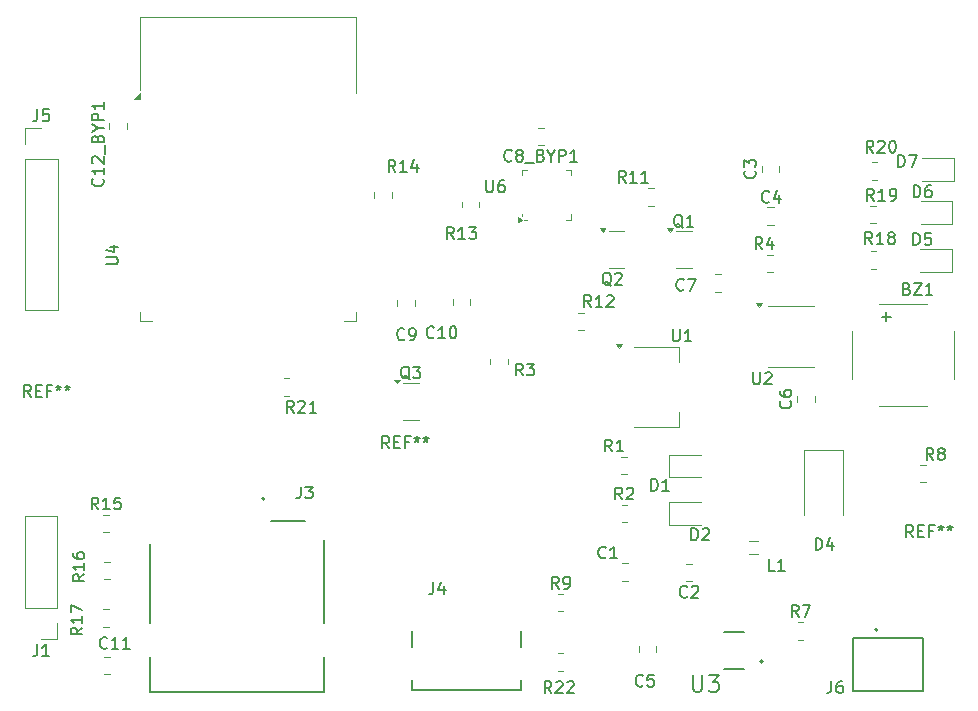
<source format=gto>
%TF.GenerationSoftware,KiCad,Pcbnew,9.0.4*%
%TF.CreationDate,2025-10-24T17:45:02+05:30*%
%TF.ProjectId,waterlevel project1,77617465-726c-4657-9665-6c2070726f6a,rev?*%
%TF.SameCoordinates,Original*%
%TF.FileFunction,Legend,Top*%
%TF.FilePolarity,Positive*%
%FSLAX46Y46*%
G04 Gerber Fmt 4.6, Leading zero omitted, Abs format (unit mm)*
G04 Created by KiCad (PCBNEW 9.0.4) date 2025-10-24 17:45:02*
%MOMM*%
%LPD*%
G01*
G04 APERTURE LIST*
%ADD10C,0.150000*%
%ADD11C,0.120000*%
%ADD12C,0.127000*%
%ADD13C,0.200000*%
G04 APERTURE END LIST*
D10*
X85278933Y-119968180D02*
X85231314Y-120015800D01*
X85231314Y-120015800D02*
X85088457Y-120063419D01*
X85088457Y-120063419D02*
X84993219Y-120063419D01*
X84993219Y-120063419D02*
X84850362Y-120015800D01*
X84850362Y-120015800D02*
X84755124Y-119920561D01*
X84755124Y-119920561D02*
X84707505Y-119825323D01*
X84707505Y-119825323D02*
X84659886Y-119634847D01*
X84659886Y-119634847D02*
X84659886Y-119491990D01*
X84659886Y-119491990D02*
X84707505Y-119301514D01*
X84707505Y-119301514D02*
X84755124Y-119206276D01*
X84755124Y-119206276D02*
X84850362Y-119111038D01*
X84850362Y-119111038D02*
X84993219Y-119063419D01*
X84993219Y-119063419D02*
X85088457Y-119063419D01*
X85088457Y-119063419D02*
X85231314Y-119111038D01*
X85231314Y-119111038D02*
X85278933Y-119158657D01*
X86231314Y-120063419D02*
X85659886Y-120063419D01*
X85945600Y-120063419D02*
X85945600Y-119063419D01*
X85945600Y-119063419D02*
X85850362Y-119206276D01*
X85850362Y-119206276D02*
X85755124Y-119301514D01*
X85755124Y-119301514D02*
X85659886Y-119349133D01*
X37166666Y-82034819D02*
X37166666Y-82749104D01*
X37166666Y-82749104D02*
X37119047Y-82891961D01*
X37119047Y-82891961D02*
X37023809Y-82987200D01*
X37023809Y-82987200D02*
X36880952Y-83034819D01*
X36880952Y-83034819D02*
X36785714Y-83034819D01*
X38119047Y-82034819D02*
X37642857Y-82034819D01*
X37642857Y-82034819D02*
X37595238Y-82511009D01*
X37595238Y-82511009D02*
X37642857Y-82463390D01*
X37642857Y-82463390D02*
X37738095Y-82415771D01*
X37738095Y-82415771D02*
X37976190Y-82415771D01*
X37976190Y-82415771D02*
X38071428Y-82463390D01*
X38071428Y-82463390D02*
X38119047Y-82511009D01*
X38119047Y-82511009D02*
X38166666Y-82606247D01*
X38166666Y-82606247D02*
X38166666Y-82844342D01*
X38166666Y-82844342D02*
X38119047Y-82939580D01*
X38119047Y-82939580D02*
X38071428Y-82987200D01*
X38071428Y-82987200D02*
X37976190Y-83034819D01*
X37976190Y-83034819D02*
X37738095Y-83034819D01*
X37738095Y-83034819D02*
X37642857Y-82987200D01*
X37642857Y-82987200D02*
X37595238Y-82939580D01*
X107840542Y-93444219D02*
X107507209Y-92968028D01*
X107269114Y-93444219D02*
X107269114Y-92444219D01*
X107269114Y-92444219D02*
X107650066Y-92444219D01*
X107650066Y-92444219D02*
X107745304Y-92491838D01*
X107745304Y-92491838D02*
X107792923Y-92539457D01*
X107792923Y-92539457D02*
X107840542Y-92634695D01*
X107840542Y-92634695D02*
X107840542Y-92777552D01*
X107840542Y-92777552D02*
X107792923Y-92872790D01*
X107792923Y-92872790D02*
X107745304Y-92920409D01*
X107745304Y-92920409D02*
X107650066Y-92968028D01*
X107650066Y-92968028D02*
X107269114Y-92968028D01*
X108792923Y-93444219D02*
X108221495Y-93444219D01*
X108507209Y-93444219D02*
X108507209Y-92444219D01*
X108507209Y-92444219D02*
X108411971Y-92587076D01*
X108411971Y-92587076D02*
X108316733Y-92682314D01*
X108316733Y-92682314D02*
X108221495Y-92729933D01*
X109364352Y-92872790D02*
X109269114Y-92825171D01*
X109269114Y-92825171D02*
X109221495Y-92777552D01*
X109221495Y-92777552D02*
X109173876Y-92682314D01*
X109173876Y-92682314D02*
X109173876Y-92634695D01*
X109173876Y-92634695D02*
X109221495Y-92539457D01*
X109221495Y-92539457D02*
X109269114Y-92491838D01*
X109269114Y-92491838D02*
X109364352Y-92444219D01*
X109364352Y-92444219D02*
X109554828Y-92444219D01*
X109554828Y-92444219D02*
X109650066Y-92491838D01*
X109650066Y-92491838D02*
X109697685Y-92539457D01*
X109697685Y-92539457D02*
X109745304Y-92634695D01*
X109745304Y-92634695D02*
X109745304Y-92682314D01*
X109745304Y-92682314D02*
X109697685Y-92777552D01*
X109697685Y-92777552D02*
X109650066Y-92825171D01*
X109650066Y-92825171D02*
X109554828Y-92872790D01*
X109554828Y-92872790D02*
X109364352Y-92872790D01*
X109364352Y-92872790D02*
X109269114Y-92920409D01*
X109269114Y-92920409D02*
X109221495Y-92968028D01*
X109221495Y-92968028D02*
X109173876Y-93063266D01*
X109173876Y-93063266D02*
X109173876Y-93253742D01*
X109173876Y-93253742D02*
X109221495Y-93348980D01*
X109221495Y-93348980D02*
X109269114Y-93396600D01*
X109269114Y-93396600D02*
X109364352Y-93444219D01*
X109364352Y-93444219D02*
X109554828Y-93444219D01*
X109554828Y-93444219D02*
X109650066Y-93396600D01*
X109650066Y-93396600D02*
X109697685Y-93348980D01*
X109697685Y-93348980D02*
X109745304Y-93253742D01*
X109745304Y-93253742D02*
X109745304Y-93063266D01*
X109745304Y-93063266D02*
X109697685Y-92968028D01*
X109697685Y-92968028D02*
X109650066Y-92920409D01*
X109650066Y-92920409D02*
X109554828Y-92872790D01*
X92530705Y-118514019D02*
X92530705Y-117514019D01*
X92530705Y-117514019D02*
X92768800Y-117514019D01*
X92768800Y-117514019D02*
X92911657Y-117561638D01*
X92911657Y-117561638D02*
X93006895Y-117656876D01*
X93006895Y-117656876D02*
X93054514Y-117752114D01*
X93054514Y-117752114D02*
X93102133Y-117942590D01*
X93102133Y-117942590D02*
X93102133Y-118085447D01*
X93102133Y-118085447D02*
X93054514Y-118275923D01*
X93054514Y-118275923D02*
X93006895Y-118371161D01*
X93006895Y-118371161D02*
X92911657Y-118466400D01*
X92911657Y-118466400D02*
X92768800Y-118514019D01*
X92768800Y-118514019D02*
X92530705Y-118514019D01*
X93483086Y-117609257D02*
X93530705Y-117561638D01*
X93530705Y-117561638D02*
X93625943Y-117514019D01*
X93625943Y-117514019D02*
X93864038Y-117514019D01*
X93864038Y-117514019D02*
X93959276Y-117561638D01*
X93959276Y-117561638D02*
X94006895Y-117609257D01*
X94006895Y-117609257D02*
X94054514Y-117704495D01*
X94054514Y-117704495D02*
X94054514Y-117799733D01*
X94054514Y-117799733D02*
X94006895Y-117942590D01*
X94006895Y-117942590D02*
X93435467Y-118514019D01*
X93435467Y-118514019D02*
X94054514Y-118514019D01*
X89127105Y-114323019D02*
X89127105Y-113323019D01*
X89127105Y-113323019D02*
X89365200Y-113323019D01*
X89365200Y-113323019D02*
X89508057Y-113370638D01*
X89508057Y-113370638D02*
X89603295Y-113465876D01*
X89603295Y-113465876D02*
X89650914Y-113561114D01*
X89650914Y-113561114D02*
X89698533Y-113751590D01*
X89698533Y-113751590D02*
X89698533Y-113894447D01*
X89698533Y-113894447D02*
X89650914Y-114084923D01*
X89650914Y-114084923D02*
X89603295Y-114180161D01*
X89603295Y-114180161D02*
X89508057Y-114275400D01*
X89508057Y-114275400D02*
X89365200Y-114323019D01*
X89365200Y-114323019D02*
X89127105Y-114323019D01*
X90650914Y-114323019D02*
X90079486Y-114323019D01*
X90365200Y-114323019D02*
X90365200Y-113323019D01*
X90365200Y-113323019D02*
X90269962Y-113465876D01*
X90269962Y-113465876D02*
X90174724Y-113561114D01*
X90174724Y-113561114D02*
X90079486Y-113608733D01*
X68690261Y-104906257D02*
X68595023Y-104858638D01*
X68595023Y-104858638D02*
X68499785Y-104763400D01*
X68499785Y-104763400D02*
X68356928Y-104620542D01*
X68356928Y-104620542D02*
X68261690Y-104572923D01*
X68261690Y-104572923D02*
X68166452Y-104572923D01*
X68214071Y-104811019D02*
X68118833Y-104763400D01*
X68118833Y-104763400D02*
X68023595Y-104668161D01*
X68023595Y-104668161D02*
X67975976Y-104477685D01*
X67975976Y-104477685D02*
X67975976Y-104144352D01*
X67975976Y-104144352D02*
X68023595Y-103953876D01*
X68023595Y-103953876D02*
X68118833Y-103858638D01*
X68118833Y-103858638D02*
X68214071Y-103811019D01*
X68214071Y-103811019D02*
X68404547Y-103811019D01*
X68404547Y-103811019D02*
X68499785Y-103858638D01*
X68499785Y-103858638D02*
X68595023Y-103953876D01*
X68595023Y-103953876D02*
X68642642Y-104144352D01*
X68642642Y-104144352D02*
X68642642Y-104477685D01*
X68642642Y-104477685D02*
X68595023Y-104668161D01*
X68595023Y-104668161D02*
X68499785Y-104763400D01*
X68499785Y-104763400D02*
X68404547Y-104811019D01*
X68404547Y-104811019D02*
X68214071Y-104811019D01*
X68975976Y-103811019D02*
X69595023Y-103811019D01*
X69595023Y-103811019D02*
X69261690Y-104191971D01*
X69261690Y-104191971D02*
X69404547Y-104191971D01*
X69404547Y-104191971D02*
X69499785Y-104239590D01*
X69499785Y-104239590D02*
X69547404Y-104287209D01*
X69547404Y-104287209D02*
X69595023Y-104382447D01*
X69595023Y-104382447D02*
X69595023Y-104620542D01*
X69595023Y-104620542D02*
X69547404Y-104715780D01*
X69547404Y-104715780D02*
X69499785Y-104763400D01*
X69499785Y-104763400D02*
X69404547Y-104811019D01*
X69404547Y-104811019D02*
X69118833Y-104811019D01*
X69118833Y-104811019D02*
X69023595Y-104763400D01*
X69023595Y-104763400D02*
X68975976Y-104715780D01*
X113015733Y-111706819D02*
X112682400Y-111230628D01*
X112444305Y-111706819D02*
X112444305Y-110706819D01*
X112444305Y-110706819D02*
X112825257Y-110706819D01*
X112825257Y-110706819D02*
X112920495Y-110754438D01*
X112920495Y-110754438D02*
X112968114Y-110802057D01*
X112968114Y-110802057D02*
X113015733Y-110897295D01*
X113015733Y-110897295D02*
X113015733Y-111040152D01*
X113015733Y-111040152D02*
X112968114Y-111135390D01*
X112968114Y-111135390D02*
X112920495Y-111183009D01*
X112920495Y-111183009D02*
X112825257Y-111230628D01*
X112825257Y-111230628D02*
X112444305Y-111230628D01*
X113587162Y-111135390D02*
X113491924Y-111087771D01*
X113491924Y-111087771D02*
X113444305Y-111040152D01*
X113444305Y-111040152D02*
X113396686Y-110944914D01*
X113396686Y-110944914D02*
X113396686Y-110897295D01*
X113396686Y-110897295D02*
X113444305Y-110802057D01*
X113444305Y-110802057D02*
X113491924Y-110754438D01*
X113491924Y-110754438D02*
X113587162Y-110706819D01*
X113587162Y-110706819D02*
X113777638Y-110706819D01*
X113777638Y-110706819D02*
X113872876Y-110754438D01*
X113872876Y-110754438D02*
X113920495Y-110802057D01*
X113920495Y-110802057D02*
X113968114Y-110897295D01*
X113968114Y-110897295D02*
X113968114Y-110944914D01*
X113968114Y-110944914D02*
X113920495Y-111040152D01*
X113920495Y-111040152D02*
X113872876Y-111087771D01*
X113872876Y-111087771D02*
X113777638Y-111135390D01*
X113777638Y-111135390D02*
X113587162Y-111135390D01*
X113587162Y-111135390D02*
X113491924Y-111183009D01*
X113491924Y-111183009D02*
X113444305Y-111230628D01*
X113444305Y-111230628D02*
X113396686Y-111325866D01*
X113396686Y-111325866D02*
X113396686Y-111516342D01*
X113396686Y-111516342D02*
X113444305Y-111611580D01*
X113444305Y-111611580D02*
X113491924Y-111659200D01*
X113491924Y-111659200D02*
X113587162Y-111706819D01*
X113587162Y-111706819D02*
X113777638Y-111706819D01*
X113777638Y-111706819D02*
X113872876Y-111659200D01*
X113872876Y-111659200D02*
X113920495Y-111611580D01*
X113920495Y-111611580D02*
X113968114Y-111516342D01*
X113968114Y-111516342D02*
X113968114Y-111325866D01*
X113968114Y-111325866D02*
X113920495Y-111230628D01*
X113920495Y-111230628D02*
X113872876Y-111183009D01*
X113872876Y-111183009D02*
X113777638Y-111135390D01*
X70731142Y-101324580D02*
X70683523Y-101372200D01*
X70683523Y-101372200D02*
X70540666Y-101419819D01*
X70540666Y-101419819D02*
X70445428Y-101419819D01*
X70445428Y-101419819D02*
X70302571Y-101372200D01*
X70302571Y-101372200D02*
X70207333Y-101276961D01*
X70207333Y-101276961D02*
X70159714Y-101181723D01*
X70159714Y-101181723D02*
X70112095Y-100991247D01*
X70112095Y-100991247D02*
X70112095Y-100848390D01*
X70112095Y-100848390D02*
X70159714Y-100657914D01*
X70159714Y-100657914D02*
X70207333Y-100562676D01*
X70207333Y-100562676D02*
X70302571Y-100467438D01*
X70302571Y-100467438D02*
X70445428Y-100419819D01*
X70445428Y-100419819D02*
X70540666Y-100419819D01*
X70540666Y-100419819D02*
X70683523Y-100467438D01*
X70683523Y-100467438D02*
X70731142Y-100515057D01*
X71683523Y-101419819D02*
X71112095Y-101419819D01*
X71397809Y-101419819D02*
X71397809Y-100419819D01*
X71397809Y-100419819D02*
X71302571Y-100562676D01*
X71302571Y-100562676D02*
X71207333Y-100657914D01*
X71207333Y-100657914D02*
X71112095Y-100705533D01*
X72302571Y-100419819D02*
X72397809Y-100419819D01*
X72397809Y-100419819D02*
X72493047Y-100467438D01*
X72493047Y-100467438D02*
X72540666Y-100515057D01*
X72540666Y-100515057D02*
X72588285Y-100610295D01*
X72588285Y-100610295D02*
X72635904Y-100800771D01*
X72635904Y-100800771D02*
X72635904Y-101038866D01*
X72635904Y-101038866D02*
X72588285Y-101229342D01*
X72588285Y-101229342D02*
X72540666Y-101324580D01*
X72540666Y-101324580D02*
X72493047Y-101372200D01*
X72493047Y-101372200D02*
X72397809Y-101419819D01*
X72397809Y-101419819D02*
X72302571Y-101419819D01*
X72302571Y-101419819D02*
X72207333Y-101372200D01*
X72207333Y-101372200D02*
X72159714Y-101324580D01*
X72159714Y-101324580D02*
X72112095Y-101229342D01*
X72112095Y-101229342D02*
X72064476Y-101038866D01*
X72064476Y-101038866D02*
X72064476Y-100800771D01*
X72064476Y-100800771D02*
X72112095Y-100610295D01*
X72112095Y-100610295D02*
X72159714Y-100515057D01*
X72159714Y-100515057D02*
X72207333Y-100467438D01*
X72207333Y-100467438D02*
X72302571Y-100419819D01*
X68235533Y-101476980D02*
X68187914Y-101524600D01*
X68187914Y-101524600D02*
X68045057Y-101572219D01*
X68045057Y-101572219D02*
X67949819Y-101572219D01*
X67949819Y-101572219D02*
X67806962Y-101524600D01*
X67806962Y-101524600D02*
X67711724Y-101429361D01*
X67711724Y-101429361D02*
X67664105Y-101334123D01*
X67664105Y-101334123D02*
X67616486Y-101143647D01*
X67616486Y-101143647D02*
X67616486Y-101000790D01*
X67616486Y-101000790D02*
X67664105Y-100810314D01*
X67664105Y-100810314D02*
X67711724Y-100715076D01*
X67711724Y-100715076D02*
X67806962Y-100619838D01*
X67806962Y-100619838D02*
X67949819Y-100572219D01*
X67949819Y-100572219D02*
X68045057Y-100572219D01*
X68045057Y-100572219D02*
X68187914Y-100619838D01*
X68187914Y-100619838D02*
X68235533Y-100667457D01*
X68711724Y-101572219D02*
X68902200Y-101572219D01*
X68902200Y-101572219D02*
X68997438Y-101524600D01*
X68997438Y-101524600D02*
X69045057Y-101476980D01*
X69045057Y-101476980D02*
X69140295Y-101334123D01*
X69140295Y-101334123D02*
X69187914Y-101143647D01*
X69187914Y-101143647D02*
X69187914Y-100762695D01*
X69187914Y-100762695D02*
X69140295Y-100667457D01*
X69140295Y-100667457D02*
X69092676Y-100619838D01*
X69092676Y-100619838D02*
X68997438Y-100572219D01*
X68997438Y-100572219D02*
X68806962Y-100572219D01*
X68806962Y-100572219D02*
X68711724Y-100619838D01*
X68711724Y-100619838D02*
X68664105Y-100667457D01*
X68664105Y-100667457D02*
X68616486Y-100762695D01*
X68616486Y-100762695D02*
X68616486Y-101000790D01*
X68616486Y-101000790D02*
X68664105Y-101096028D01*
X68664105Y-101096028D02*
X68711724Y-101143647D01*
X68711724Y-101143647D02*
X68806962Y-101191266D01*
X68806962Y-101191266D02*
X68997438Y-101191266D01*
X68997438Y-101191266D02*
X69092676Y-101143647D01*
X69092676Y-101143647D02*
X69140295Y-101096028D01*
X69140295Y-101096028D02*
X69187914Y-101000790D01*
X101609233Y-125017419D02*
X101275900Y-124541228D01*
X101037805Y-125017419D02*
X101037805Y-124017419D01*
X101037805Y-124017419D02*
X101418757Y-124017419D01*
X101418757Y-124017419D02*
X101513995Y-124065038D01*
X101513995Y-124065038D02*
X101561614Y-124112657D01*
X101561614Y-124112657D02*
X101609233Y-124207895D01*
X101609233Y-124207895D02*
X101609233Y-124350752D01*
X101609233Y-124350752D02*
X101561614Y-124445990D01*
X101561614Y-124445990D02*
X101513995Y-124493609D01*
X101513995Y-124493609D02*
X101418757Y-124541228D01*
X101418757Y-124541228D02*
X101037805Y-124541228D01*
X101942567Y-124017419D02*
X102609233Y-124017419D01*
X102609233Y-124017419D02*
X102180662Y-125017419D01*
X86961742Y-88237219D02*
X86628409Y-87761028D01*
X86390314Y-88237219D02*
X86390314Y-87237219D01*
X86390314Y-87237219D02*
X86771266Y-87237219D01*
X86771266Y-87237219D02*
X86866504Y-87284838D01*
X86866504Y-87284838D02*
X86914123Y-87332457D01*
X86914123Y-87332457D02*
X86961742Y-87427695D01*
X86961742Y-87427695D02*
X86961742Y-87570552D01*
X86961742Y-87570552D02*
X86914123Y-87665790D01*
X86914123Y-87665790D02*
X86866504Y-87713409D01*
X86866504Y-87713409D02*
X86771266Y-87761028D01*
X86771266Y-87761028D02*
X86390314Y-87761028D01*
X87914123Y-88237219D02*
X87342695Y-88237219D01*
X87628409Y-88237219D02*
X87628409Y-87237219D01*
X87628409Y-87237219D02*
X87533171Y-87380076D01*
X87533171Y-87380076D02*
X87437933Y-87475314D01*
X87437933Y-87475314D02*
X87342695Y-87522933D01*
X88866504Y-88237219D02*
X88295076Y-88237219D01*
X88580790Y-88237219D02*
X88580790Y-87237219D01*
X88580790Y-87237219D02*
X88485552Y-87380076D01*
X88485552Y-87380076D02*
X88390314Y-87475314D01*
X88390314Y-87475314D02*
X88295076Y-87522933D01*
X42679580Y-87928571D02*
X42727200Y-87976190D01*
X42727200Y-87976190D02*
X42774819Y-88119047D01*
X42774819Y-88119047D02*
X42774819Y-88214285D01*
X42774819Y-88214285D02*
X42727200Y-88357142D01*
X42727200Y-88357142D02*
X42631961Y-88452380D01*
X42631961Y-88452380D02*
X42536723Y-88499999D01*
X42536723Y-88499999D02*
X42346247Y-88547618D01*
X42346247Y-88547618D02*
X42203390Y-88547618D01*
X42203390Y-88547618D02*
X42012914Y-88499999D01*
X42012914Y-88499999D02*
X41917676Y-88452380D01*
X41917676Y-88452380D02*
X41822438Y-88357142D01*
X41822438Y-88357142D02*
X41774819Y-88214285D01*
X41774819Y-88214285D02*
X41774819Y-88119047D01*
X41774819Y-88119047D02*
X41822438Y-87976190D01*
X41822438Y-87976190D02*
X41870057Y-87928571D01*
X42774819Y-86976190D02*
X42774819Y-87547618D01*
X42774819Y-87261904D02*
X41774819Y-87261904D01*
X41774819Y-87261904D02*
X41917676Y-87357142D01*
X41917676Y-87357142D02*
X42012914Y-87452380D01*
X42012914Y-87452380D02*
X42060533Y-87547618D01*
X41870057Y-86595237D02*
X41822438Y-86547618D01*
X41822438Y-86547618D02*
X41774819Y-86452380D01*
X41774819Y-86452380D02*
X41774819Y-86214285D01*
X41774819Y-86214285D02*
X41822438Y-86119047D01*
X41822438Y-86119047D02*
X41870057Y-86071428D01*
X41870057Y-86071428D02*
X41965295Y-86023809D01*
X41965295Y-86023809D02*
X42060533Y-86023809D01*
X42060533Y-86023809D02*
X42203390Y-86071428D01*
X42203390Y-86071428D02*
X42774819Y-86642856D01*
X42774819Y-86642856D02*
X42774819Y-86023809D01*
X42870057Y-85833333D02*
X42870057Y-85071428D01*
X42251009Y-84499999D02*
X42298628Y-84357142D01*
X42298628Y-84357142D02*
X42346247Y-84309523D01*
X42346247Y-84309523D02*
X42441485Y-84261904D01*
X42441485Y-84261904D02*
X42584342Y-84261904D01*
X42584342Y-84261904D02*
X42679580Y-84309523D01*
X42679580Y-84309523D02*
X42727200Y-84357142D01*
X42727200Y-84357142D02*
X42774819Y-84452380D01*
X42774819Y-84452380D02*
X42774819Y-84833332D01*
X42774819Y-84833332D02*
X41774819Y-84833332D01*
X41774819Y-84833332D02*
X41774819Y-84499999D01*
X41774819Y-84499999D02*
X41822438Y-84404761D01*
X41822438Y-84404761D02*
X41870057Y-84357142D01*
X41870057Y-84357142D02*
X41965295Y-84309523D01*
X41965295Y-84309523D02*
X42060533Y-84309523D01*
X42060533Y-84309523D02*
X42155771Y-84357142D01*
X42155771Y-84357142D02*
X42203390Y-84404761D01*
X42203390Y-84404761D02*
X42251009Y-84499999D01*
X42251009Y-84499999D02*
X42251009Y-84833332D01*
X42298628Y-83642856D02*
X42774819Y-83642856D01*
X41774819Y-83976189D02*
X42298628Y-83642856D01*
X42298628Y-83642856D02*
X41774819Y-83309523D01*
X42774819Y-82976189D02*
X41774819Y-82976189D01*
X41774819Y-82976189D02*
X41774819Y-82595237D01*
X41774819Y-82595237D02*
X41822438Y-82499999D01*
X41822438Y-82499999D02*
X41870057Y-82452380D01*
X41870057Y-82452380D02*
X41965295Y-82404761D01*
X41965295Y-82404761D02*
X42108152Y-82404761D01*
X42108152Y-82404761D02*
X42203390Y-82452380D01*
X42203390Y-82452380D02*
X42251009Y-82499999D01*
X42251009Y-82499999D02*
X42298628Y-82595237D01*
X42298628Y-82595237D02*
X42298628Y-82976189D01*
X42774819Y-81452380D02*
X42774819Y-82023808D01*
X42774819Y-81738094D02*
X41774819Y-81738094D01*
X41774819Y-81738094D02*
X41917676Y-81833332D01*
X41917676Y-81833332D02*
X42012914Y-81928570D01*
X42012914Y-81928570D02*
X42060533Y-82023808D01*
X86677833Y-115060619D02*
X86344500Y-114584428D01*
X86106405Y-115060619D02*
X86106405Y-114060619D01*
X86106405Y-114060619D02*
X86487357Y-114060619D01*
X86487357Y-114060619D02*
X86582595Y-114108238D01*
X86582595Y-114108238D02*
X86630214Y-114155857D01*
X86630214Y-114155857D02*
X86677833Y-114251095D01*
X86677833Y-114251095D02*
X86677833Y-114393952D01*
X86677833Y-114393952D02*
X86630214Y-114489190D01*
X86630214Y-114489190D02*
X86582595Y-114536809D01*
X86582595Y-114536809D02*
X86487357Y-114584428D01*
X86487357Y-114584428D02*
X86106405Y-114584428D01*
X87058786Y-114155857D02*
X87106405Y-114108238D01*
X87106405Y-114108238D02*
X87201643Y-114060619D01*
X87201643Y-114060619D02*
X87439738Y-114060619D01*
X87439738Y-114060619D02*
X87534976Y-114108238D01*
X87534976Y-114108238D02*
X87582595Y-114155857D01*
X87582595Y-114155857D02*
X87630214Y-114251095D01*
X87630214Y-114251095D02*
X87630214Y-114346333D01*
X87630214Y-114346333D02*
X87582595Y-114489190D01*
X87582595Y-114489190D02*
X87011167Y-115060619D01*
X87011167Y-115060619D02*
X87630214Y-115060619D01*
X84040742Y-98778219D02*
X83707409Y-98302028D01*
X83469314Y-98778219D02*
X83469314Y-97778219D01*
X83469314Y-97778219D02*
X83850266Y-97778219D01*
X83850266Y-97778219D02*
X83945504Y-97825838D01*
X83945504Y-97825838D02*
X83993123Y-97873457D01*
X83993123Y-97873457D02*
X84040742Y-97968695D01*
X84040742Y-97968695D02*
X84040742Y-98111552D01*
X84040742Y-98111552D02*
X83993123Y-98206790D01*
X83993123Y-98206790D02*
X83945504Y-98254409D01*
X83945504Y-98254409D02*
X83850266Y-98302028D01*
X83850266Y-98302028D02*
X83469314Y-98302028D01*
X84993123Y-98778219D02*
X84421695Y-98778219D01*
X84707409Y-98778219D02*
X84707409Y-97778219D01*
X84707409Y-97778219D02*
X84612171Y-97921076D01*
X84612171Y-97921076D02*
X84516933Y-98016314D01*
X84516933Y-98016314D02*
X84421695Y-98063933D01*
X85374076Y-97873457D02*
X85421695Y-97825838D01*
X85421695Y-97825838D02*
X85516933Y-97778219D01*
X85516933Y-97778219D02*
X85755028Y-97778219D01*
X85755028Y-97778219D02*
X85850266Y-97825838D01*
X85850266Y-97825838D02*
X85897885Y-97873457D01*
X85897885Y-97873457D02*
X85945504Y-97968695D01*
X85945504Y-97968695D02*
X85945504Y-98063933D01*
X85945504Y-98063933D02*
X85897885Y-98206790D01*
X85897885Y-98206790D02*
X85326457Y-98778219D01*
X85326457Y-98778219D02*
X85945504Y-98778219D01*
X77313818Y-86367580D02*
X77266199Y-86415200D01*
X77266199Y-86415200D02*
X77123342Y-86462819D01*
X77123342Y-86462819D02*
X77028104Y-86462819D01*
X77028104Y-86462819D02*
X76885247Y-86415200D01*
X76885247Y-86415200D02*
X76790009Y-86319961D01*
X76790009Y-86319961D02*
X76742390Y-86224723D01*
X76742390Y-86224723D02*
X76694771Y-86034247D01*
X76694771Y-86034247D02*
X76694771Y-85891390D01*
X76694771Y-85891390D02*
X76742390Y-85700914D01*
X76742390Y-85700914D02*
X76790009Y-85605676D01*
X76790009Y-85605676D02*
X76885247Y-85510438D01*
X76885247Y-85510438D02*
X77028104Y-85462819D01*
X77028104Y-85462819D02*
X77123342Y-85462819D01*
X77123342Y-85462819D02*
X77266199Y-85510438D01*
X77266199Y-85510438D02*
X77313818Y-85558057D01*
X77885247Y-85891390D02*
X77790009Y-85843771D01*
X77790009Y-85843771D02*
X77742390Y-85796152D01*
X77742390Y-85796152D02*
X77694771Y-85700914D01*
X77694771Y-85700914D02*
X77694771Y-85653295D01*
X77694771Y-85653295D02*
X77742390Y-85558057D01*
X77742390Y-85558057D02*
X77790009Y-85510438D01*
X77790009Y-85510438D02*
X77885247Y-85462819D01*
X77885247Y-85462819D02*
X78075723Y-85462819D01*
X78075723Y-85462819D02*
X78170961Y-85510438D01*
X78170961Y-85510438D02*
X78218580Y-85558057D01*
X78218580Y-85558057D02*
X78266199Y-85653295D01*
X78266199Y-85653295D02*
X78266199Y-85700914D01*
X78266199Y-85700914D02*
X78218580Y-85796152D01*
X78218580Y-85796152D02*
X78170961Y-85843771D01*
X78170961Y-85843771D02*
X78075723Y-85891390D01*
X78075723Y-85891390D02*
X77885247Y-85891390D01*
X77885247Y-85891390D02*
X77790009Y-85939009D01*
X77790009Y-85939009D02*
X77742390Y-85986628D01*
X77742390Y-85986628D02*
X77694771Y-86081866D01*
X77694771Y-86081866D02*
X77694771Y-86272342D01*
X77694771Y-86272342D02*
X77742390Y-86367580D01*
X77742390Y-86367580D02*
X77790009Y-86415200D01*
X77790009Y-86415200D02*
X77885247Y-86462819D01*
X77885247Y-86462819D02*
X78075723Y-86462819D01*
X78075723Y-86462819D02*
X78170961Y-86415200D01*
X78170961Y-86415200D02*
X78218580Y-86367580D01*
X78218580Y-86367580D02*
X78266199Y-86272342D01*
X78266199Y-86272342D02*
X78266199Y-86081866D01*
X78266199Y-86081866D02*
X78218580Y-85986628D01*
X78218580Y-85986628D02*
X78170961Y-85939009D01*
X78170961Y-85939009D02*
X78075723Y-85891390D01*
X78456676Y-86558057D02*
X79218580Y-86558057D01*
X79790009Y-85939009D02*
X79932866Y-85986628D01*
X79932866Y-85986628D02*
X79980485Y-86034247D01*
X79980485Y-86034247D02*
X80028104Y-86129485D01*
X80028104Y-86129485D02*
X80028104Y-86272342D01*
X80028104Y-86272342D02*
X79980485Y-86367580D01*
X79980485Y-86367580D02*
X79932866Y-86415200D01*
X79932866Y-86415200D02*
X79837628Y-86462819D01*
X79837628Y-86462819D02*
X79456676Y-86462819D01*
X79456676Y-86462819D02*
X79456676Y-85462819D01*
X79456676Y-85462819D02*
X79790009Y-85462819D01*
X79790009Y-85462819D02*
X79885247Y-85510438D01*
X79885247Y-85510438D02*
X79932866Y-85558057D01*
X79932866Y-85558057D02*
X79980485Y-85653295D01*
X79980485Y-85653295D02*
X79980485Y-85748533D01*
X79980485Y-85748533D02*
X79932866Y-85843771D01*
X79932866Y-85843771D02*
X79885247Y-85891390D01*
X79885247Y-85891390D02*
X79790009Y-85939009D01*
X79790009Y-85939009D02*
X79456676Y-85939009D01*
X80647152Y-85986628D02*
X80647152Y-86462819D01*
X80313819Y-85462819D02*
X80647152Y-85986628D01*
X80647152Y-85986628D02*
X80980485Y-85462819D01*
X81313819Y-86462819D02*
X81313819Y-85462819D01*
X81313819Y-85462819D02*
X81694771Y-85462819D01*
X81694771Y-85462819D02*
X81790009Y-85510438D01*
X81790009Y-85510438D02*
X81837628Y-85558057D01*
X81837628Y-85558057D02*
X81885247Y-85653295D01*
X81885247Y-85653295D02*
X81885247Y-85796152D01*
X81885247Y-85796152D02*
X81837628Y-85891390D01*
X81837628Y-85891390D02*
X81790009Y-85939009D01*
X81790009Y-85939009D02*
X81694771Y-85986628D01*
X81694771Y-85986628D02*
X81313819Y-85986628D01*
X82837628Y-86462819D02*
X82266200Y-86462819D01*
X82551914Y-86462819D02*
X82551914Y-85462819D01*
X82551914Y-85462819D02*
X82456676Y-85605676D01*
X82456676Y-85605676D02*
X82361438Y-85700914D01*
X82361438Y-85700914D02*
X82266200Y-85748533D01*
X92169733Y-123282180D02*
X92122114Y-123329800D01*
X92122114Y-123329800D02*
X91979257Y-123377419D01*
X91979257Y-123377419D02*
X91884019Y-123377419D01*
X91884019Y-123377419D02*
X91741162Y-123329800D01*
X91741162Y-123329800D02*
X91645924Y-123234561D01*
X91645924Y-123234561D02*
X91598305Y-123139323D01*
X91598305Y-123139323D02*
X91550686Y-122948847D01*
X91550686Y-122948847D02*
X91550686Y-122805990D01*
X91550686Y-122805990D02*
X91598305Y-122615514D01*
X91598305Y-122615514D02*
X91645924Y-122520276D01*
X91645924Y-122520276D02*
X91741162Y-122425038D01*
X91741162Y-122425038D02*
X91884019Y-122377419D01*
X91884019Y-122377419D02*
X91979257Y-122377419D01*
X91979257Y-122377419D02*
X92122114Y-122425038D01*
X92122114Y-122425038D02*
X92169733Y-122472657D01*
X92550686Y-122472657D02*
X92598305Y-122425038D01*
X92598305Y-122425038D02*
X92693543Y-122377419D01*
X92693543Y-122377419D02*
X92931638Y-122377419D01*
X92931638Y-122377419D02*
X93026876Y-122425038D01*
X93026876Y-122425038D02*
X93074495Y-122472657D01*
X93074495Y-122472657D02*
X93122114Y-122567895D01*
X93122114Y-122567895D02*
X93122114Y-122663133D01*
X93122114Y-122663133D02*
X93074495Y-122805990D01*
X93074495Y-122805990D02*
X92503067Y-123377419D01*
X92503067Y-123377419D02*
X93122114Y-123377419D01*
X37141266Y-127339619D02*
X37141266Y-128053904D01*
X37141266Y-128053904D02*
X37093647Y-128196761D01*
X37093647Y-128196761D02*
X36998409Y-128292000D01*
X36998409Y-128292000D02*
X36855552Y-128339619D01*
X36855552Y-128339619D02*
X36760314Y-128339619D01*
X38141266Y-128339619D02*
X37569838Y-128339619D01*
X37855552Y-128339619D02*
X37855552Y-127339619D01*
X37855552Y-127339619D02*
X37760314Y-127482476D01*
X37760314Y-127482476D02*
X37665076Y-127577714D01*
X37665076Y-127577714D02*
X37569838Y-127625333D01*
X40967819Y-125915657D02*
X40491628Y-126248990D01*
X40967819Y-126487085D02*
X39967819Y-126487085D01*
X39967819Y-126487085D02*
X39967819Y-126106133D01*
X39967819Y-126106133D02*
X40015438Y-126010895D01*
X40015438Y-126010895D02*
X40063057Y-125963276D01*
X40063057Y-125963276D02*
X40158295Y-125915657D01*
X40158295Y-125915657D02*
X40301152Y-125915657D01*
X40301152Y-125915657D02*
X40396390Y-125963276D01*
X40396390Y-125963276D02*
X40444009Y-126010895D01*
X40444009Y-126010895D02*
X40491628Y-126106133D01*
X40491628Y-126106133D02*
X40491628Y-126487085D01*
X40967819Y-124963276D02*
X40967819Y-125534704D01*
X40967819Y-125248990D02*
X39967819Y-125248990D01*
X39967819Y-125248990D02*
X40110676Y-125344228D01*
X40110676Y-125344228D02*
X40205914Y-125439466D01*
X40205914Y-125439466D02*
X40253533Y-125534704D01*
X39967819Y-124629942D02*
X39967819Y-123963276D01*
X39967819Y-123963276D02*
X40967819Y-124391847D01*
X59458266Y-113983419D02*
X59458266Y-114697704D01*
X59458266Y-114697704D02*
X59410647Y-114840561D01*
X59410647Y-114840561D02*
X59315409Y-114935800D01*
X59315409Y-114935800D02*
X59172552Y-114983419D01*
X59172552Y-114983419D02*
X59077314Y-114983419D01*
X59839219Y-113983419D02*
X60458266Y-113983419D01*
X60458266Y-113983419D02*
X60124933Y-114364371D01*
X60124933Y-114364371D02*
X60267790Y-114364371D01*
X60267790Y-114364371D02*
X60363028Y-114411990D01*
X60363028Y-114411990D02*
X60410647Y-114459609D01*
X60410647Y-114459609D02*
X60458266Y-114554847D01*
X60458266Y-114554847D02*
X60458266Y-114792942D01*
X60458266Y-114792942D02*
X60410647Y-114888180D01*
X60410647Y-114888180D02*
X60363028Y-114935800D01*
X60363028Y-114935800D02*
X60267790Y-114983419D01*
X60267790Y-114983419D02*
X59982076Y-114983419D01*
X59982076Y-114983419D02*
X59886838Y-114935800D01*
X59886838Y-114935800D02*
X59839219Y-114888180D01*
X100905780Y-106736466D02*
X100953400Y-106784085D01*
X100953400Y-106784085D02*
X101001019Y-106926942D01*
X101001019Y-106926942D02*
X101001019Y-107022180D01*
X101001019Y-107022180D02*
X100953400Y-107165037D01*
X100953400Y-107165037D02*
X100858161Y-107260275D01*
X100858161Y-107260275D02*
X100762923Y-107307894D01*
X100762923Y-107307894D02*
X100572447Y-107355513D01*
X100572447Y-107355513D02*
X100429590Y-107355513D01*
X100429590Y-107355513D02*
X100239114Y-107307894D01*
X100239114Y-107307894D02*
X100143876Y-107260275D01*
X100143876Y-107260275D02*
X100048638Y-107165037D01*
X100048638Y-107165037D02*
X100001019Y-107022180D01*
X100001019Y-107022180D02*
X100001019Y-106926942D01*
X100001019Y-106926942D02*
X100048638Y-106784085D01*
X100048638Y-106784085D02*
X100096257Y-106736466D01*
X100001019Y-105879323D02*
X100001019Y-106069799D01*
X100001019Y-106069799D02*
X100048638Y-106165037D01*
X100048638Y-106165037D02*
X100096257Y-106212656D01*
X100096257Y-106212656D02*
X100239114Y-106307894D01*
X100239114Y-106307894D02*
X100429590Y-106355513D01*
X100429590Y-106355513D02*
X100810542Y-106355513D01*
X100810542Y-106355513D02*
X100905780Y-106307894D01*
X100905780Y-106307894D02*
X100953400Y-106260275D01*
X100953400Y-106260275D02*
X101001019Y-106165037D01*
X101001019Y-106165037D02*
X101001019Y-105974561D01*
X101001019Y-105974561D02*
X100953400Y-105879323D01*
X100953400Y-105879323D02*
X100905780Y-105831704D01*
X100905780Y-105831704D02*
X100810542Y-105784085D01*
X100810542Y-105784085D02*
X100572447Y-105784085D01*
X100572447Y-105784085D02*
X100477209Y-105831704D01*
X100477209Y-105831704D02*
X100429590Y-105879323D01*
X100429590Y-105879323D02*
X100381971Y-105974561D01*
X100381971Y-105974561D02*
X100381971Y-106165037D01*
X100381971Y-106165037D02*
X100429590Y-106260275D01*
X100429590Y-106260275D02*
X100477209Y-106307894D01*
X100477209Y-106307894D02*
X100572447Y-106355513D01*
X99121933Y-89843780D02*
X99074314Y-89891400D01*
X99074314Y-89891400D02*
X98931457Y-89939019D01*
X98931457Y-89939019D02*
X98836219Y-89939019D01*
X98836219Y-89939019D02*
X98693362Y-89891400D01*
X98693362Y-89891400D02*
X98598124Y-89796161D01*
X98598124Y-89796161D02*
X98550505Y-89700923D01*
X98550505Y-89700923D02*
X98502886Y-89510447D01*
X98502886Y-89510447D02*
X98502886Y-89367590D01*
X98502886Y-89367590D02*
X98550505Y-89177114D01*
X98550505Y-89177114D02*
X98598124Y-89081876D01*
X98598124Y-89081876D02*
X98693362Y-88986638D01*
X98693362Y-88986638D02*
X98836219Y-88939019D01*
X98836219Y-88939019D02*
X98931457Y-88939019D01*
X98931457Y-88939019D02*
X99074314Y-88986638D01*
X99074314Y-88986638D02*
X99121933Y-89034257D01*
X99979076Y-89272352D02*
X99979076Y-89939019D01*
X99740981Y-88891400D02*
X99502886Y-89605685D01*
X99502886Y-89605685D02*
X100121933Y-89605685D01*
X92654333Y-129951866D02*
X92654333Y-131085200D01*
X92654333Y-131085200D02*
X92721000Y-131218533D01*
X92721000Y-131218533D02*
X92787666Y-131285200D01*
X92787666Y-131285200D02*
X92921000Y-131351866D01*
X92921000Y-131351866D02*
X93187666Y-131351866D01*
X93187666Y-131351866D02*
X93321000Y-131285200D01*
X93321000Y-131285200D02*
X93387666Y-131218533D01*
X93387666Y-131218533D02*
X93454333Y-131085200D01*
X93454333Y-131085200D02*
X93454333Y-129951866D01*
X93987667Y-129951866D02*
X94854333Y-129951866D01*
X94854333Y-129951866D02*
X94387667Y-130485200D01*
X94387667Y-130485200D02*
X94587667Y-130485200D01*
X94587667Y-130485200D02*
X94721000Y-130551866D01*
X94721000Y-130551866D02*
X94787667Y-130618533D01*
X94787667Y-130618533D02*
X94854333Y-130751866D01*
X94854333Y-130751866D02*
X94854333Y-131085200D01*
X94854333Y-131085200D02*
X94787667Y-131218533D01*
X94787667Y-131218533D02*
X94721000Y-131285200D01*
X94721000Y-131285200D02*
X94587667Y-131351866D01*
X94587667Y-131351866D02*
X94187667Y-131351866D01*
X94187667Y-131351866D02*
X94054333Y-131285200D01*
X94054333Y-131285200D02*
X93987667Y-131218533D01*
X43070542Y-127613580D02*
X43022923Y-127661200D01*
X43022923Y-127661200D02*
X42880066Y-127708819D01*
X42880066Y-127708819D02*
X42784828Y-127708819D01*
X42784828Y-127708819D02*
X42641971Y-127661200D01*
X42641971Y-127661200D02*
X42546733Y-127565961D01*
X42546733Y-127565961D02*
X42499114Y-127470723D01*
X42499114Y-127470723D02*
X42451495Y-127280247D01*
X42451495Y-127280247D02*
X42451495Y-127137390D01*
X42451495Y-127137390D02*
X42499114Y-126946914D01*
X42499114Y-126946914D02*
X42546733Y-126851676D01*
X42546733Y-126851676D02*
X42641971Y-126756438D01*
X42641971Y-126756438D02*
X42784828Y-126708819D01*
X42784828Y-126708819D02*
X42880066Y-126708819D01*
X42880066Y-126708819D02*
X43022923Y-126756438D01*
X43022923Y-126756438D02*
X43070542Y-126804057D01*
X44022923Y-127708819D02*
X43451495Y-127708819D01*
X43737209Y-127708819D02*
X43737209Y-126708819D01*
X43737209Y-126708819D02*
X43641971Y-126851676D01*
X43641971Y-126851676D02*
X43546733Y-126946914D01*
X43546733Y-126946914D02*
X43451495Y-126994533D01*
X44975304Y-127708819D02*
X44403876Y-127708819D01*
X44689590Y-127708819D02*
X44689590Y-126708819D01*
X44689590Y-126708819D02*
X44594352Y-126851676D01*
X44594352Y-126851676D02*
X44499114Y-126946914D01*
X44499114Y-126946914D02*
X44403876Y-126994533D01*
X81310133Y-122621019D02*
X80976800Y-122144828D01*
X80738705Y-122621019D02*
X80738705Y-121621019D01*
X80738705Y-121621019D02*
X81119657Y-121621019D01*
X81119657Y-121621019D02*
X81214895Y-121668638D01*
X81214895Y-121668638D02*
X81262514Y-121716257D01*
X81262514Y-121716257D02*
X81310133Y-121811495D01*
X81310133Y-121811495D02*
X81310133Y-121954352D01*
X81310133Y-121954352D02*
X81262514Y-122049590D01*
X81262514Y-122049590D02*
X81214895Y-122097209D01*
X81214895Y-122097209D02*
X81119657Y-122144828D01*
X81119657Y-122144828D02*
X80738705Y-122144828D01*
X81786324Y-122621019D02*
X81976800Y-122621019D01*
X81976800Y-122621019D02*
X82072038Y-122573400D01*
X82072038Y-122573400D02*
X82119657Y-122525780D01*
X82119657Y-122525780D02*
X82214895Y-122382923D01*
X82214895Y-122382923D02*
X82262514Y-122192447D01*
X82262514Y-122192447D02*
X82262514Y-121811495D01*
X82262514Y-121811495D02*
X82214895Y-121716257D01*
X82214895Y-121716257D02*
X82167276Y-121668638D01*
X82167276Y-121668638D02*
X82072038Y-121621019D01*
X82072038Y-121621019D02*
X81881562Y-121621019D01*
X81881562Y-121621019D02*
X81786324Y-121668638D01*
X81786324Y-121668638D02*
X81738705Y-121716257D01*
X81738705Y-121716257D02*
X81691086Y-121811495D01*
X81691086Y-121811495D02*
X81691086Y-122049590D01*
X81691086Y-122049590D02*
X81738705Y-122144828D01*
X81738705Y-122144828D02*
X81786324Y-122192447D01*
X81786324Y-122192447D02*
X81881562Y-122240066D01*
X81881562Y-122240066D02*
X82072038Y-122240066D01*
X82072038Y-122240066D02*
X82167276Y-122192447D01*
X82167276Y-122192447D02*
X82214895Y-122144828D01*
X82214895Y-122144828D02*
X82262514Y-122049590D01*
X110031305Y-86916419D02*
X110031305Y-85916419D01*
X110031305Y-85916419D02*
X110269400Y-85916419D01*
X110269400Y-85916419D02*
X110412257Y-85964038D01*
X110412257Y-85964038D02*
X110507495Y-86059276D01*
X110507495Y-86059276D02*
X110555114Y-86154514D01*
X110555114Y-86154514D02*
X110602733Y-86344990D01*
X110602733Y-86344990D02*
X110602733Y-86487847D01*
X110602733Y-86487847D02*
X110555114Y-86678323D01*
X110555114Y-86678323D02*
X110507495Y-86773561D01*
X110507495Y-86773561D02*
X110412257Y-86868800D01*
X110412257Y-86868800D02*
X110269400Y-86916419D01*
X110269400Y-86916419D02*
X110031305Y-86916419D01*
X110936067Y-85916419D02*
X111602733Y-85916419D01*
X111602733Y-85916419D02*
X111174162Y-86916419D01*
X90957495Y-100673819D02*
X90957495Y-101483342D01*
X90957495Y-101483342D02*
X91005114Y-101578580D01*
X91005114Y-101578580D02*
X91052733Y-101626200D01*
X91052733Y-101626200D02*
X91147971Y-101673819D01*
X91147971Y-101673819D02*
X91338447Y-101673819D01*
X91338447Y-101673819D02*
X91433685Y-101626200D01*
X91433685Y-101626200D02*
X91481304Y-101578580D01*
X91481304Y-101578580D02*
X91528923Y-101483342D01*
X91528923Y-101483342D02*
X91528923Y-100673819D01*
X92528923Y-101673819D02*
X91957495Y-101673819D01*
X92243209Y-101673819D02*
X92243209Y-100673819D01*
X92243209Y-100673819D02*
X92147971Y-100816676D01*
X92147971Y-100816676D02*
X92052733Y-100911914D01*
X92052733Y-100911914D02*
X91957495Y-100959533D01*
X91882933Y-97285980D02*
X91835314Y-97333600D01*
X91835314Y-97333600D02*
X91692457Y-97381219D01*
X91692457Y-97381219D02*
X91597219Y-97381219D01*
X91597219Y-97381219D02*
X91454362Y-97333600D01*
X91454362Y-97333600D02*
X91359124Y-97238361D01*
X91359124Y-97238361D02*
X91311505Y-97143123D01*
X91311505Y-97143123D02*
X91263886Y-96952647D01*
X91263886Y-96952647D02*
X91263886Y-96809790D01*
X91263886Y-96809790D02*
X91311505Y-96619314D01*
X91311505Y-96619314D02*
X91359124Y-96524076D01*
X91359124Y-96524076D02*
X91454362Y-96428838D01*
X91454362Y-96428838D02*
X91597219Y-96381219D01*
X91597219Y-96381219D02*
X91692457Y-96381219D01*
X91692457Y-96381219D02*
X91835314Y-96428838D01*
X91835314Y-96428838D02*
X91882933Y-96476457D01*
X92216267Y-96381219D02*
X92882933Y-96381219D01*
X92882933Y-96381219D02*
X92454362Y-97381219D01*
X104381466Y-130451419D02*
X104381466Y-131165704D01*
X104381466Y-131165704D02*
X104333847Y-131308561D01*
X104333847Y-131308561D02*
X104238609Y-131403800D01*
X104238609Y-131403800D02*
X104095752Y-131451419D01*
X104095752Y-131451419D02*
X104000514Y-131451419D01*
X105286228Y-130451419D02*
X105095752Y-130451419D01*
X105095752Y-130451419D02*
X105000514Y-130499038D01*
X105000514Y-130499038D02*
X104952895Y-130546657D01*
X104952895Y-130546657D02*
X104857657Y-130689514D01*
X104857657Y-130689514D02*
X104810038Y-130879990D01*
X104810038Y-130879990D02*
X104810038Y-131260942D01*
X104810038Y-131260942D02*
X104857657Y-131356180D01*
X104857657Y-131356180D02*
X104905276Y-131403800D01*
X104905276Y-131403800D02*
X105000514Y-131451419D01*
X105000514Y-131451419D02*
X105190990Y-131451419D01*
X105190990Y-131451419D02*
X105286228Y-131403800D01*
X105286228Y-131403800D02*
X105333847Y-131356180D01*
X105333847Y-131356180D02*
X105381466Y-131260942D01*
X105381466Y-131260942D02*
X105381466Y-131022847D01*
X105381466Y-131022847D02*
X105333847Y-130927609D01*
X105333847Y-130927609D02*
X105286228Y-130879990D01*
X105286228Y-130879990D02*
X105190990Y-130832371D01*
X105190990Y-130832371D02*
X105000514Y-130832371D01*
X105000514Y-130832371D02*
X104905276Y-130879990D01*
X104905276Y-130879990D02*
X104857657Y-130927609D01*
X104857657Y-130927609D02*
X104810038Y-131022847D01*
X111315666Y-118260019D02*
X110982333Y-117783828D01*
X110744238Y-118260019D02*
X110744238Y-117260019D01*
X110744238Y-117260019D02*
X111125190Y-117260019D01*
X111125190Y-117260019D02*
X111220428Y-117307638D01*
X111220428Y-117307638D02*
X111268047Y-117355257D01*
X111268047Y-117355257D02*
X111315666Y-117450495D01*
X111315666Y-117450495D02*
X111315666Y-117593352D01*
X111315666Y-117593352D02*
X111268047Y-117688590D01*
X111268047Y-117688590D02*
X111220428Y-117736209D01*
X111220428Y-117736209D02*
X111125190Y-117783828D01*
X111125190Y-117783828D02*
X110744238Y-117783828D01*
X111744238Y-117736209D02*
X112077571Y-117736209D01*
X112220428Y-118260019D02*
X111744238Y-118260019D01*
X111744238Y-118260019D02*
X111744238Y-117260019D01*
X111744238Y-117260019D02*
X112220428Y-117260019D01*
X112982333Y-117736209D02*
X112649000Y-117736209D01*
X112649000Y-118260019D02*
X112649000Y-117260019D01*
X112649000Y-117260019D02*
X113125190Y-117260019D01*
X113649000Y-117260019D02*
X113649000Y-117498114D01*
X113410905Y-117402876D02*
X113649000Y-117498114D01*
X113649000Y-117498114D02*
X113887095Y-117402876D01*
X113506143Y-117688590D02*
X113649000Y-117498114D01*
X113649000Y-117498114D02*
X113791857Y-117688590D01*
X114410905Y-117260019D02*
X114410905Y-117498114D01*
X114172810Y-117402876D02*
X114410905Y-117498114D01*
X114410905Y-117498114D02*
X114649000Y-117402876D01*
X114268048Y-117688590D02*
X114410905Y-117498114D01*
X114410905Y-117498114D02*
X114553762Y-117688590D01*
X88428533Y-130813980D02*
X88380914Y-130861600D01*
X88380914Y-130861600D02*
X88238057Y-130909219D01*
X88238057Y-130909219D02*
X88142819Y-130909219D01*
X88142819Y-130909219D02*
X87999962Y-130861600D01*
X87999962Y-130861600D02*
X87904724Y-130766361D01*
X87904724Y-130766361D02*
X87857105Y-130671123D01*
X87857105Y-130671123D02*
X87809486Y-130480647D01*
X87809486Y-130480647D02*
X87809486Y-130337790D01*
X87809486Y-130337790D02*
X87857105Y-130147314D01*
X87857105Y-130147314D02*
X87904724Y-130052076D01*
X87904724Y-130052076D02*
X87999962Y-129956838D01*
X87999962Y-129956838D02*
X88142819Y-129909219D01*
X88142819Y-129909219D02*
X88238057Y-129909219D01*
X88238057Y-129909219D02*
X88380914Y-129956838D01*
X88380914Y-129956838D02*
X88428533Y-130004457D01*
X89333295Y-129909219D02*
X88857105Y-129909219D01*
X88857105Y-129909219D02*
X88809486Y-130385409D01*
X88809486Y-130385409D02*
X88857105Y-130337790D01*
X88857105Y-130337790D02*
X88952343Y-130290171D01*
X88952343Y-130290171D02*
X89190438Y-130290171D01*
X89190438Y-130290171D02*
X89285676Y-130337790D01*
X89285676Y-130337790D02*
X89333295Y-130385409D01*
X89333295Y-130385409D02*
X89380914Y-130480647D01*
X89380914Y-130480647D02*
X89380914Y-130718742D01*
X89380914Y-130718742D02*
X89333295Y-130813980D01*
X89333295Y-130813980D02*
X89285676Y-130861600D01*
X89285676Y-130861600D02*
X89190438Y-130909219D01*
X89190438Y-130909219D02*
X88952343Y-130909219D01*
X88952343Y-130909219D02*
X88857105Y-130861600D01*
X88857105Y-130861600D02*
X88809486Y-130813980D01*
X110802847Y-97213009D02*
X110945704Y-97260628D01*
X110945704Y-97260628D02*
X110993323Y-97308247D01*
X110993323Y-97308247D02*
X111040942Y-97403485D01*
X111040942Y-97403485D02*
X111040942Y-97546342D01*
X111040942Y-97546342D02*
X110993323Y-97641580D01*
X110993323Y-97641580D02*
X110945704Y-97689200D01*
X110945704Y-97689200D02*
X110850466Y-97736819D01*
X110850466Y-97736819D02*
X110469514Y-97736819D01*
X110469514Y-97736819D02*
X110469514Y-96736819D01*
X110469514Y-96736819D02*
X110802847Y-96736819D01*
X110802847Y-96736819D02*
X110898085Y-96784438D01*
X110898085Y-96784438D02*
X110945704Y-96832057D01*
X110945704Y-96832057D02*
X110993323Y-96927295D01*
X110993323Y-96927295D02*
X110993323Y-97022533D01*
X110993323Y-97022533D02*
X110945704Y-97117771D01*
X110945704Y-97117771D02*
X110898085Y-97165390D01*
X110898085Y-97165390D02*
X110802847Y-97213009D01*
X110802847Y-97213009D02*
X110469514Y-97213009D01*
X111374276Y-96736819D02*
X112040942Y-96736819D01*
X112040942Y-96736819D02*
X111374276Y-97736819D01*
X111374276Y-97736819D02*
X112040942Y-97736819D01*
X112945704Y-97736819D02*
X112374276Y-97736819D01*
X112659990Y-97736819D02*
X112659990Y-96736819D01*
X112659990Y-96736819D02*
X112564752Y-96879676D01*
X112564752Y-96879676D02*
X112469514Y-96974914D01*
X112469514Y-96974914D02*
X112374276Y-97022533D01*
X109015466Y-99974351D02*
X109015466Y-99212447D01*
X109396419Y-99593399D02*
X108634514Y-99593399D01*
X91799661Y-92064057D02*
X91704423Y-92016438D01*
X91704423Y-92016438D02*
X91609185Y-91921200D01*
X91609185Y-91921200D02*
X91466328Y-91778342D01*
X91466328Y-91778342D02*
X91371090Y-91730723D01*
X91371090Y-91730723D02*
X91275852Y-91730723D01*
X91323471Y-91968819D02*
X91228233Y-91921200D01*
X91228233Y-91921200D02*
X91132995Y-91825961D01*
X91132995Y-91825961D02*
X91085376Y-91635485D01*
X91085376Y-91635485D02*
X91085376Y-91302152D01*
X91085376Y-91302152D02*
X91132995Y-91111676D01*
X91132995Y-91111676D02*
X91228233Y-91016438D01*
X91228233Y-91016438D02*
X91323471Y-90968819D01*
X91323471Y-90968819D02*
X91513947Y-90968819D01*
X91513947Y-90968819D02*
X91609185Y-91016438D01*
X91609185Y-91016438D02*
X91704423Y-91111676D01*
X91704423Y-91111676D02*
X91752042Y-91302152D01*
X91752042Y-91302152D02*
X91752042Y-91635485D01*
X91752042Y-91635485D02*
X91704423Y-91825961D01*
X91704423Y-91825961D02*
X91609185Y-91921200D01*
X91609185Y-91921200D02*
X91513947Y-91968819D01*
X91513947Y-91968819D02*
X91323471Y-91968819D01*
X92704423Y-91968819D02*
X92132995Y-91968819D01*
X92418709Y-91968819D02*
X92418709Y-90968819D01*
X92418709Y-90968819D02*
X92323471Y-91111676D01*
X92323471Y-91111676D02*
X92228233Y-91206914D01*
X92228233Y-91206914D02*
X92132995Y-91254533D01*
X85756761Y-96968457D02*
X85661523Y-96920838D01*
X85661523Y-96920838D02*
X85566285Y-96825600D01*
X85566285Y-96825600D02*
X85423428Y-96682742D01*
X85423428Y-96682742D02*
X85328190Y-96635123D01*
X85328190Y-96635123D02*
X85232952Y-96635123D01*
X85280571Y-96873219D02*
X85185333Y-96825600D01*
X85185333Y-96825600D02*
X85090095Y-96730361D01*
X85090095Y-96730361D02*
X85042476Y-96539885D01*
X85042476Y-96539885D02*
X85042476Y-96206552D01*
X85042476Y-96206552D02*
X85090095Y-96016076D01*
X85090095Y-96016076D02*
X85185333Y-95920838D01*
X85185333Y-95920838D02*
X85280571Y-95873219D01*
X85280571Y-95873219D02*
X85471047Y-95873219D01*
X85471047Y-95873219D02*
X85566285Y-95920838D01*
X85566285Y-95920838D02*
X85661523Y-96016076D01*
X85661523Y-96016076D02*
X85709142Y-96206552D01*
X85709142Y-96206552D02*
X85709142Y-96539885D01*
X85709142Y-96539885D02*
X85661523Y-96730361D01*
X85661523Y-96730361D02*
X85566285Y-96825600D01*
X85566285Y-96825600D02*
X85471047Y-96873219D01*
X85471047Y-96873219D02*
X85280571Y-96873219D01*
X86090095Y-95968457D02*
X86137714Y-95920838D01*
X86137714Y-95920838D02*
X86232952Y-95873219D01*
X86232952Y-95873219D02*
X86471047Y-95873219D01*
X86471047Y-95873219D02*
X86566285Y-95920838D01*
X86566285Y-95920838D02*
X86613904Y-95968457D01*
X86613904Y-95968457D02*
X86661523Y-96063695D01*
X86661523Y-96063695D02*
X86661523Y-96158933D01*
X86661523Y-96158933D02*
X86613904Y-96301790D01*
X86613904Y-96301790D02*
X86042476Y-96873219D01*
X86042476Y-96873219D02*
X86661523Y-96873219D01*
X66941866Y-110731819D02*
X66608533Y-110255628D01*
X66370438Y-110731819D02*
X66370438Y-109731819D01*
X66370438Y-109731819D02*
X66751390Y-109731819D01*
X66751390Y-109731819D02*
X66846628Y-109779438D01*
X66846628Y-109779438D02*
X66894247Y-109827057D01*
X66894247Y-109827057D02*
X66941866Y-109922295D01*
X66941866Y-109922295D02*
X66941866Y-110065152D01*
X66941866Y-110065152D02*
X66894247Y-110160390D01*
X66894247Y-110160390D02*
X66846628Y-110208009D01*
X66846628Y-110208009D02*
X66751390Y-110255628D01*
X66751390Y-110255628D02*
X66370438Y-110255628D01*
X67370438Y-110208009D02*
X67703771Y-110208009D01*
X67846628Y-110731819D02*
X67370438Y-110731819D01*
X67370438Y-110731819D02*
X67370438Y-109731819D01*
X67370438Y-109731819D02*
X67846628Y-109731819D01*
X68608533Y-110208009D02*
X68275200Y-110208009D01*
X68275200Y-110731819D02*
X68275200Y-109731819D01*
X68275200Y-109731819D02*
X68751390Y-109731819D01*
X69275200Y-109731819D02*
X69275200Y-109969914D01*
X69037105Y-109874676D02*
X69275200Y-109969914D01*
X69275200Y-109969914D02*
X69513295Y-109874676D01*
X69132343Y-110160390D02*
X69275200Y-109969914D01*
X69275200Y-109969914D02*
X69418057Y-110160390D01*
X70037105Y-109731819D02*
X70037105Y-109969914D01*
X69799010Y-109874676D02*
X70037105Y-109969914D01*
X70037105Y-109969914D02*
X70275200Y-109874676D01*
X69894248Y-110160390D02*
X70037105Y-109969914D01*
X70037105Y-109969914D02*
X70179962Y-110160390D01*
X111326705Y-93520419D02*
X111326705Y-92520419D01*
X111326705Y-92520419D02*
X111564800Y-92520419D01*
X111564800Y-92520419D02*
X111707657Y-92568038D01*
X111707657Y-92568038D02*
X111802895Y-92663276D01*
X111802895Y-92663276D02*
X111850514Y-92758514D01*
X111850514Y-92758514D02*
X111898133Y-92948990D01*
X111898133Y-92948990D02*
X111898133Y-93091847D01*
X111898133Y-93091847D02*
X111850514Y-93282323D01*
X111850514Y-93282323D02*
X111802895Y-93377561D01*
X111802895Y-93377561D02*
X111707657Y-93472800D01*
X111707657Y-93472800D02*
X111564800Y-93520419D01*
X111564800Y-93520419D02*
X111326705Y-93520419D01*
X112802895Y-92520419D02*
X112326705Y-92520419D01*
X112326705Y-92520419D02*
X112279086Y-92996609D01*
X112279086Y-92996609D02*
X112326705Y-92948990D01*
X112326705Y-92948990D02*
X112421943Y-92901371D01*
X112421943Y-92901371D02*
X112660038Y-92901371D01*
X112660038Y-92901371D02*
X112755276Y-92948990D01*
X112755276Y-92948990D02*
X112802895Y-92996609D01*
X112802895Y-92996609D02*
X112850514Y-93091847D01*
X112850514Y-93091847D02*
X112850514Y-93329942D01*
X112850514Y-93329942D02*
X112802895Y-93425180D01*
X112802895Y-93425180D02*
X112755276Y-93472800D01*
X112755276Y-93472800D02*
X112660038Y-93520419D01*
X112660038Y-93520419D02*
X112421943Y-93520419D01*
X112421943Y-93520419D02*
X112326705Y-93472800D01*
X112326705Y-93472800D02*
X112279086Y-93425180D01*
X80687942Y-131468019D02*
X80354609Y-130991828D01*
X80116514Y-131468019D02*
X80116514Y-130468019D01*
X80116514Y-130468019D02*
X80497466Y-130468019D01*
X80497466Y-130468019D02*
X80592704Y-130515638D01*
X80592704Y-130515638D02*
X80640323Y-130563257D01*
X80640323Y-130563257D02*
X80687942Y-130658495D01*
X80687942Y-130658495D02*
X80687942Y-130801352D01*
X80687942Y-130801352D02*
X80640323Y-130896590D01*
X80640323Y-130896590D02*
X80592704Y-130944209D01*
X80592704Y-130944209D02*
X80497466Y-130991828D01*
X80497466Y-130991828D02*
X80116514Y-130991828D01*
X81068895Y-130563257D02*
X81116514Y-130515638D01*
X81116514Y-130515638D02*
X81211752Y-130468019D01*
X81211752Y-130468019D02*
X81449847Y-130468019D01*
X81449847Y-130468019D02*
X81545085Y-130515638D01*
X81545085Y-130515638D02*
X81592704Y-130563257D01*
X81592704Y-130563257D02*
X81640323Y-130658495D01*
X81640323Y-130658495D02*
X81640323Y-130753733D01*
X81640323Y-130753733D02*
X81592704Y-130896590D01*
X81592704Y-130896590D02*
X81021276Y-131468019D01*
X81021276Y-131468019D02*
X81640323Y-131468019D01*
X82021276Y-130563257D02*
X82068895Y-130515638D01*
X82068895Y-130515638D02*
X82164133Y-130468019D01*
X82164133Y-130468019D02*
X82402228Y-130468019D01*
X82402228Y-130468019D02*
X82497466Y-130515638D01*
X82497466Y-130515638D02*
X82545085Y-130563257D01*
X82545085Y-130563257D02*
X82592704Y-130658495D01*
X82592704Y-130658495D02*
X82592704Y-130753733D01*
X82592704Y-130753733D02*
X82545085Y-130896590D01*
X82545085Y-130896590D02*
X81973657Y-131468019D01*
X81973657Y-131468019D02*
X82592704Y-131468019D01*
X97764695Y-104306019D02*
X97764695Y-105115542D01*
X97764695Y-105115542D02*
X97812314Y-105210780D01*
X97812314Y-105210780D02*
X97859933Y-105258400D01*
X97859933Y-105258400D02*
X97955171Y-105306019D01*
X97955171Y-105306019D02*
X98145647Y-105306019D01*
X98145647Y-105306019D02*
X98240885Y-105258400D01*
X98240885Y-105258400D02*
X98288504Y-105210780D01*
X98288504Y-105210780D02*
X98336123Y-105115542D01*
X98336123Y-105115542D02*
X98336123Y-104306019D01*
X98764695Y-104401257D02*
X98812314Y-104353638D01*
X98812314Y-104353638D02*
X98907552Y-104306019D01*
X98907552Y-104306019D02*
X99145647Y-104306019D01*
X99145647Y-104306019D02*
X99240885Y-104353638D01*
X99240885Y-104353638D02*
X99288504Y-104401257D01*
X99288504Y-104401257D02*
X99336123Y-104496495D01*
X99336123Y-104496495D02*
X99336123Y-104591733D01*
X99336123Y-104591733D02*
X99288504Y-104734590D01*
X99288504Y-104734590D02*
X98717076Y-105306019D01*
X98717076Y-105306019D02*
X99336123Y-105306019D01*
X72407542Y-93012419D02*
X72074209Y-92536228D01*
X71836114Y-93012419D02*
X71836114Y-92012419D01*
X71836114Y-92012419D02*
X72217066Y-92012419D01*
X72217066Y-92012419D02*
X72312304Y-92060038D01*
X72312304Y-92060038D02*
X72359923Y-92107657D01*
X72359923Y-92107657D02*
X72407542Y-92202895D01*
X72407542Y-92202895D02*
X72407542Y-92345752D01*
X72407542Y-92345752D02*
X72359923Y-92440990D01*
X72359923Y-92440990D02*
X72312304Y-92488609D01*
X72312304Y-92488609D02*
X72217066Y-92536228D01*
X72217066Y-92536228D02*
X71836114Y-92536228D01*
X73359923Y-93012419D02*
X72788495Y-93012419D01*
X73074209Y-93012419D02*
X73074209Y-92012419D01*
X73074209Y-92012419D02*
X72978971Y-92155276D01*
X72978971Y-92155276D02*
X72883733Y-92250514D01*
X72883733Y-92250514D02*
X72788495Y-92298133D01*
X73693257Y-92012419D02*
X74312304Y-92012419D01*
X74312304Y-92012419D02*
X73978971Y-92393371D01*
X73978971Y-92393371D02*
X74121828Y-92393371D01*
X74121828Y-92393371D02*
X74217066Y-92440990D01*
X74217066Y-92440990D02*
X74264685Y-92488609D01*
X74264685Y-92488609D02*
X74312304Y-92583847D01*
X74312304Y-92583847D02*
X74312304Y-92821942D01*
X74312304Y-92821942D02*
X74264685Y-92917180D01*
X74264685Y-92917180D02*
X74217066Y-92964800D01*
X74217066Y-92964800D02*
X74121828Y-93012419D01*
X74121828Y-93012419D02*
X73836114Y-93012419D01*
X73836114Y-93012419D02*
X73740876Y-92964800D01*
X73740876Y-92964800D02*
X73693257Y-92917180D01*
X70685066Y-122086019D02*
X70685066Y-122800304D01*
X70685066Y-122800304D02*
X70637447Y-122943161D01*
X70637447Y-122943161D02*
X70542209Y-123038400D01*
X70542209Y-123038400D02*
X70399352Y-123086019D01*
X70399352Y-123086019D02*
X70304114Y-123086019D01*
X71589828Y-122419352D02*
X71589828Y-123086019D01*
X71351733Y-122038400D02*
X71113638Y-122752685D01*
X71113638Y-122752685D02*
X71732685Y-122752685D01*
X67479942Y-87322819D02*
X67146609Y-86846628D01*
X66908514Y-87322819D02*
X66908514Y-86322819D01*
X66908514Y-86322819D02*
X67289466Y-86322819D01*
X67289466Y-86322819D02*
X67384704Y-86370438D01*
X67384704Y-86370438D02*
X67432323Y-86418057D01*
X67432323Y-86418057D02*
X67479942Y-86513295D01*
X67479942Y-86513295D02*
X67479942Y-86656152D01*
X67479942Y-86656152D02*
X67432323Y-86751390D01*
X67432323Y-86751390D02*
X67384704Y-86799009D01*
X67384704Y-86799009D02*
X67289466Y-86846628D01*
X67289466Y-86846628D02*
X66908514Y-86846628D01*
X68432323Y-87322819D02*
X67860895Y-87322819D01*
X68146609Y-87322819D02*
X68146609Y-86322819D01*
X68146609Y-86322819D02*
X68051371Y-86465676D01*
X68051371Y-86465676D02*
X67956133Y-86560914D01*
X67956133Y-86560914D02*
X67860895Y-86608533D01*
X69289466Y-86656152D02*
X69289466Y-87322819D01*
X69051371Y-86275200D02*
X68813276Y-86989485D01*
X68813276Y-86989485D02*
X69432323Y-86989485D01*
X97905780Y-87236466D02*
X97953400Y-87284085D01*
X97953400Y-87284085D02*
X98001019Y-87426942D01*
X98001019Y-87426942D02*
X98001019Y-87522180D01*
X98001019Y-87522180D02*
X97953400Y-87665037D01*
X97953400Y-87665037D02*
X97858161Y-87760275D01*
X97858161Y-87760275D02*
X97762923Y-87807894D01*
X97762923Y-87807894D02*
X97572447Y-87855513D01*
X97572447Y-87855513D02*
X97429590Y-87855513D01*
X97429590Y-87855513D02*
X97239114Y-87807894D01*
X97239114Y-87807894D02*
X97143876Y-87760275D01*
X97143876Y-87760275D02*
X97048638Y-87665037D01*
X97048638Y-87665037D02*
X97001019Y-87522180D01*
X97001019Y-87522180D02*
X97001019Y-87426942D01*
X97001019Y-87426942D02*
X97048638Y-87284085D01*
X97048638Y-87284085D02*
X97096257Y-87236466D01*
X97001019Y-86903132D02*
X97001019Y-86284085D01*
X97001019Y-86284085D02*
X97381971Y-86617418D01*
X97381971Y-86617418D02*
X97381971Y-86474561D01*
X97381971Y-86474561D02*
X97429590Y-86379323D01*
X97429590Y-86379323D02*
X97477209Y-86331704D01*
X97477209Y-86331704D02*
X97572447Y-86284085D01*
X97572447Y-86284085D02*
X97810542Y-86284085D01*
X97810542Y-86284085D02*
X97905780Y-86331704D01*
X97905780Y-86331704D02*
X97953400Y-86379323D01*
X97953400Y-86379323D02*
X98001019Y-86474561D01*
X98001019Y-86474561D02*
X98001019Y-86760275D01*
X98001019Y-86760275D02*
X97953400Y-86855513D01*
X97953400Y-86855513D02*
X97905780Y-86903132D01*
X107942142Y-85697219D02*
X107608809Y-85221028D01*
X107370714Y-85697219D02*
X107370714Y-84697219D01*
X107370714Y-84697219D02*
X107751666Y-84697219D01*
X107751666Y-84697219D02*
X107846904Y-84744838D01*
X107846904Y-84744838D02*
X107894523Y-84792457D01*
X107894523Y-84792457D02*
X107942142Y-84887695D01*
X107942142Y-84887695D02*
X107942142Y-85030552D01*
X107942142Y-85030552D02*
X107894523Y-85125790D01*
X107894523Y-85125790D02*
X107846904Y-85173409D01*
X107846904Y-85173409D02*
X107751666Y-85221028D01*
X107751666Y-85221028D02*
X107370714Y-85221028D01*
X108323095Y-84792457D02*
X108370714Y-84744838D01*
X108370714Y-84744838D02*
X108465952Y-84697219D01*
X108465952Y-84697219D02*
X108704047Y-84697219D01*
X108704047Y-84697219D02*
X108799285Y-84744838D01*
X108799285Y-84744838D02*
X108846904Y-84792457D01*
X108846904Y-84792457D02*
X108894523Y-84887695D01*
X108894523Y-84887695D02*
X108894523Y-84982933D01*
X108894523Y-84982933D02*
X108846904Y-85125790D01*
X108846904Y-85125790D02*
X108275476Y-85697219D01*
X108275476Y-85697219D02*
X108894523Y-85697219D01*
X109513571Y-84697219D02*
X109608809Y-84697219D01*
X109608809Y-84697219D02*
X109704047Y-84744838D01*
X109704047Y-84744838D02*
X109751666Y-84792457D01*
X109751666Y-84792457D02*
X109799285Y-84887695D01*
X109799285Y-84887695D02*
X109846904Y-85078171D01*
X109846904Y-85078171D02*
X109846904Y-85316266D01*
X109846904Y-85316266D02*
X109799285Y-85506742D01*
X109799285Y-85506742D02*
X109751666Y-85601980D01*
X109751666Y-85601980D02*
X109704047Y-85649600D01*
X109704047Y-85649600D02*
X109608809Y-85697219D01*
X109608809Y-85697219D02*
X109513571Y-85697219D01*
X109513571Y-85697219D02*
X109418333Y-85649600D01*
X109418333Y-85649600D02*
X109370714Y-85601980D01*
X109370714Y-85601980D02*
X109323095Y-85506742D01*
X109323095Y-85506742D02*
X109275476Y-85316266D01*
X109275476Y-85316266D02*
X109275476Y-85078171D01*
X109275476Y-85078171D02*
X109323095Y-84887695D01*
X109323095Y-84887695D02*
X109370714Y-84792457D01*
X109370714Y-84792457D02*
X109418333Y-84744838D01*
X109418333Y-84744838D02*
X109513571Y-84697219D01*
X78268533Y-104569419D02*
X77935200Y-104093228D01*
X77697105Y-104569419D02*
X77697105Y-103569419D01*
X77697105Y-103569419D02*
X78078057Y-103569419D01*
X78078057Y-103569419D02*
X78173295Y-103617038D01*
X78173295Y-103617038D02*
X78220914Y-103664657D01*
X78220914Y-103664657D02*
X78268533Y-103759895D01*
X78268533Y-103759895D02*
X78268533Y-103902752D01*
X78268533Y-103902752D02*
X78220914Y-103997990D01*
X78220914Y-103997990D02*
X78173295Y-104045609D01*
X78173295Y-104045609D02*
X78078057Y-104093228D01*
X78078057Y-104093228D02*
X77697105Y-104093228D01*
X78601867Y-103569419D02*
X79220914Y-103569419D01*
X79220914Y-103569419D02*
X78887581Y-103950371D01*
X78887581Y-103950371D02*
X79030438Y-103950371D01*
X79030438Y-103950371D02*
X79125676Y-103997990D01*
X79125676Y-103997990D02*
X79173295Y-104045609D01*
X79173295Y-104045609D02*
X79220914Y-104140847D01*
X79220914Y-104140847D02*
X79220914Y-104378942D01*
X79220914Y-104378942D02*
X79173295Y-104474180D01*
X79173295Y-104474180D02*
X79125676Y-104521800D01*
X79125676Y-104521800D02*
X79030438Y-104569419D01*
X79030438Y-104569419D02*
X78744724Y-104569419D01*
X78744724Y-104569419D02*
X78649486Y-104521800D01*
X78649486Y-104521800D02*
X78601867Y-104474180D01*
X107992942Y-89761219D02*
X107659609Y-89285028D01*
X107421514Y-89761219D02*
X107421514Y-88761219D01*
X107421514Y-88761219D02*
X107802466Y-88761219D01*
X107802466Y-88761219D02*
X107897704Y-88808838D01*
X107897704Y-88808838D02*
X107945323Y-88856457D01*
X107945323Y-88856457D02*
X107992942Y-88951695D01*
X107992942Y-88951695D02*
X107992942Y-89094552D01*
X107992942Y-89094552D02*
X107945323Y-89189790D01*
X107945323Y-89189790D02*
X107897704Y-89237409D01*
X107897704Y-89237409D02*
X107802466Y-89285028D01*
X107802466Y-89285028D02*
X107421514Y-89285028D01*
X108945323Y-89761219D02*
X108373895Y-89761219D01*
X108659609Y-89761219D02*
X108659609Y-88761219D01*
X108659609Y-88761219D02*
X108564371Y-88904076D01*
X108564371Y-88904076D02*
X108469133Y-88999314D01*
X108469133Y-88999314D02*
X108373895Y-89046933D01*
X109421514Y-89761219D02*
X109611990Y-89761219D01*
X109611990Y-89761219D02*
X109707228Y-89713600D01*
X109707228Y-89713600D02*
X109754847Y-89665980D01*
X109754847Y-89665980D02*
X109850085Y-89523123D01*
X109850085Y-89523123D02*
X109897704Y-89332647D01*
X109897704Y-89332647D02*
X109897704Y-88951695D01*
X109897704Y-88951695D02*
X109850085Y-88856457D01*
X109850085Y-88856457D02*
X109802466Y-88808838D01*
X109802466Y-88808838D02*
X109707228Y-88761219D01*
X109707228Y-88761219D02*
X109516752Y-88761219D01*
X109516752Y-88761219D02*
X109421514Y-88808838D01*
X109421514Y-88808838D02*
X109373895Y-88856457D01*
X109373895Y-88856457D02*
X109326276Y-88951695D01*
X109326276Y-88951695D02*
X109326276Y-89189790D01*
X109326276Y-89189790D02*
X109373895Y-89285028D01*
X109373895Y-89285028D02*
X109421514Y-89332647D01*
X109421514Y-89332647D02*
X109516752Y-89380266D01*
X109516752Y-89380266D02*
X109707228Y-89380266D01*
X109707228Y-89380266D02*
X109802466Y-89332647D01*
X109802466Y-89332647D02*
X109850085Y-89285028D01*
X109850085Y-89285028D02*
X109897704Y-89189790D01*
X58869342Y-107719019D02*
X58536009Y-107242828D01*
X58297914Y-107719019D02*
X58297914Y-106719019D01*
X58297914Y-106719019D02*
X58678866Y-106719019D01*
X58678866Y-106719019D02*
X58774104Y-106766638D01*
X58774104Y-106766638D02*
X58821723Y-106814257D01*
X58821723Y-106814257D02*
X58869342Y-106909495D01*
X58869342Y-106909495D02*
X58869342Y-107052352D01*
X58869342Y-107052352D02*
X58821723Y-107147590D01*
X58821723Y-107147590D02*
X58774104Y-107195209D01*
X58774104Y-107195209D02*
X58678866Y-107242828D01*
X58678866Y-107242828D02*
X58297914Y-107242828D01*
X59250295Y-106814257D02*
X59297914Y-106766638D01*
X59297914Y-106766638D02*
X59393152Y-106719019D01*
X59393152Y-106719019D02*
X59631247Y-106719019D01*
X59631247Y-106719019D02*
X59726485Y-106766638D01*
X59726485Y-106766638D02*
X59774104Y-106814257D01*
X59774104Y-106814257D02*
X59821723Y-106909495D01*
X59821723Y-106909495D02*
X59821723Y-107004733D01*
X59821723Y-107004733D02*
X59774104Y-107147590D01*
X59774104Y-107147590D02*
X59202676Y-107719019D01*
X59202676Y-107719019D02*
X59821723Y-107719019D01*
X60774104Y-107719019D02*
X60202676Y-107719019D01*
X60488390Y-107719019D02*
X60488390Y-106719019D01*
X60488390Y-106719019D02*
X60393152Y-106861876D01*
X60393152Y-106861876D02*
X60297914Y-106957114D01*
X60297914Y-106957114D02*
X60202676Y-107004733D01*
X103046305Y-119326819D02*
X103046305Y-118326819D01*
X103046305Y-118326819D02*
X103284400Y-118326819D01*
X103284400Y-118326819D02*
X103427257Y-118374438D01*
X103427257Y-118374438D02*
X103522495Y-118469676D01*
X103522495Y-118469676D02*
X103570114Y-118564914D01*
X103570114Y-118564914D02*
X103617733Y-118755390D01*
X103617733Y-118755390D02*
X103617733Y-118898247D01*
X103617733Y-118898247D02*
X103570114Y-119088723D01*
X103570114Y-119088723D02*
X103522495Y-119183961D01*
X103522495Y-119183961D02*
X103427257Y-119279200D01*
X103427257Y-119279200D02*
X103284400Y-119326819D01*
X103284400Y-119326819D02*
X103046305Y-119326819D01*
X104474876Y-118660152D02*
X104474876Y-119326819D01*
X104236781Y-118279200D02*
X103998686Y-118993485D01*
X103998686Y-118993485D02*
X104617733Y-118993485D01*
X42990419Y-95148304D02*
X43799942Y-95148304D01*
X43799942Y-95148304D02*
X43895180Y-95100685D01*
X43895180Y-95100685D02*
X43942800Y-95053066D01*
X43942800Y-95053066D02*
X43990419Y-94957828D01*
X43990419Y-94957828D02*
X43990419Y-94767352D01*
X43990419Y-94767352D02*
X43942800Y-94672114D01*
X43942800Y-94672114D02*
X43895180Y-94624495D01*
X43895180Y-94624495D02*
X43799942Y-94576876D01*
X43799942Y-94576876D02*
X42990419Y-94576876D01*
X43323752Y-93672114D02*
X43990419Y-93672114D01*
X42942800Y-93910209D02*
X43657085Y-94148304D01*
X43657085Y-94148304D02*
X43657085Y-93529257D01*
X36614266Y-106367619D02*
X36280933Y-105891428D01*
X36042838Y-106367619D02*
X36042838Y-105367619D01*
X36042838Y-105367619D02*
X36423790Y-105367619D01*
X36423790Y-105367619D02*
X36519028Y-105415238D01*
X36519028Y-105415238D02*
X36566647Y-105462857D01*
X36566647Y-105462857D02*
X36614266Y-105558095D01*
X36614266Y-105558095D02*
X36614266Y-105700952D01*
X36614266Y-105700952D02*
X36566647Y-105796190D01*
X36566647Y-105796190D02*
X36519028Y-105843809D01*
X36519028Y-105843809D02*
X36423790Y-105891428D01*
X36423790Y-105891428D02*
X36042838Y-105891428D01*
X37042838Y-105843809D02*
X37376171Y-105843809D01*
X37519028Y-106367619D02*
X37042838Y-106367619D01*
X37042838Y-106367619D02*
X37042838Y-105367619D01*
X37042838Y-105367619D02*
X37519028Y-105367619D01*
X38280933Y-105843809D02*
X37947600Y-105843809D01*
X37947600Y-106367619D02*
X37947600Y-105367619D01*
X37947600Y-105367619D02*
X38423790Y-105367619D01*
X38947600Y-105367619D02*
X38947600Y-105605714D01*
X38709505Y-105510476D02*
X38947600Y-105605714D01*
X38947600Y-105605714D02*
X39185695Y-105510476D01*
X38804743Y-105796190D02*
X38947600Y-105605714D01*
X38947600Y-105605714D02*
X39090457Y-105796190D01*
X39709505Y-105367619D02*
X39709505Y-105605714D01*
X39471410Y-105510476D02*
X39709505Y-105605714D01*
X39709505Y-105605714D02*
X39947600Y-105510476D01*
X39566648Y-105796190D02*
X39709505Y-105605714D01*
X39709505Y-105605714D02*
X39852362Y-105796190D01*
X41145619Y-121419857D02*
X40669428Y-121753190D01*
X41145619Y-121991285D02*
X40145619Y-121991285D01*
X40145619Y-121991285D02*
X40145619Y-121610333D01*
X40145619Y-121610333D02*
X40193238Y-121515095D01*
X40193238Y-121515095D02*
X40240857Y-121467476D01*
X40240857Y-121467476D02*
X40336095Y-121419857D01*
X40336095Y-121419857D02*
X40478952Y-121419857D01*
X40478952Y-121419857D02*
X40574190Y-121467476D01*
X40574190Y-121467476D02*
X40621809Y-121515095D01*
X40621809Y-121515095D02*
X40669428Y-121610333D01*
X40669428Y-121610333D02*
X40669428Y-121991285D01*
X41145619Y-120467476D02*
X41145619Y-121038904D01*
X41145619Y-120753190D02*
X40145619Y-120753190D01*
X40145619Y-120753190D02*
X40288476Y-120848428D01*
X40288476Y-120848428D02*
X40383714Y-120943666D01*
X40383714Y-120943666D02*
X40431333Y-121038904D01*
X40145619Y-119610333D02*
X40145619Y-119800809D01*
X40145619Y-119800809D02*
X40193238Y-119896047D01*
X40193238Y-119896047D02*
X40240857Y-119943666D01*
X40240857Y-119943666D02*
X40383714Y-120038904D01*
X40383714Y-120038904D02*
X40574190Y-120086523D01*
X40574190Y-120086523D02*
X40955142Y-120086523D01*
X40955142Y-120086523D02*
X41050380Y-120038904D01*
X41050380Y-120038904D02*
X41098000Y-119991285D01*
X41098000Y-119991285D02*
X41145619Y-119896047D01*
X41145619Y-119896047D02*
X41145619Y-119705571D01*
X41145619Y-119705571D02*
X41098000Y-119610333D01*
X41098000Y-119610333D02*
X41050380Y-119562714D01*
X41050380Y-119562714D02*
X40955142Y-119515095D01*
X40955142Y-119515095D02*
X40717047Y-119515095D01*
X40717047Y-119515095D02*
X40621809Y-119562714D01*
X40621809Y-119562714D02*
X40574190Y-119610333D01*
X40574190Y-119610333D02*
X40526571Y-119705571D01*
X40526571Y-119705571D02*
X40526571Y-119896047D01*
X40526571Y-119896047D02*
X40574190Y-119991285D01*
X40574190Y-119991285D02*
X40621809Y-120038904D01*
X40621809Y-120038904D02*
X40717047Y-120086523D01*
X111352105Y-89481819D02*
X111352105Y-88481819D01*
X111352105Y-88481819D02*
X111590200Y-88481819D01*
X111590200Y-88481819D02*
X111733057Y-88529438D01*
X111733057Y-88529438D02*
X111828295Y-88624676D01*
X111828295Y-88624676D02*
X111875914Y-88719914D01*
X111875914Y-88719914D02*
X111923533Y-88910390D01*
X111923533Y-88910390D02*
X111923533Y-89053247D01*
X111923533Y-89053247D02*
X111875914Y-89243723D01*
X111875914Y-89243723D02*
X111828295Y-89338961D01*
X111828295Y-89338961D02*
X111733057Y-89434200D01*
X111733057Y-89434200D02*
X111590200Y-89481819D01*
X111590200Y-89481819D02*
X111352105Y-89481819D01*
X112780676Y-88481819D02*
X112590200Y-88481819D01*
X112590200Y-88481819D02*
X112494962Y-88529438D01*
X112494962Y-88529438D02*
X112447343Y-88577057D01*
X112447343Y-88577057D02*
X112352105Y-88719914D01*
X112352105Y-88719914D02*
X112304486Y-88910390D01*
X112304486Y-88910390D02*
X112304486Y-89291342D01*
X112304486Y-89291342D02*
X112352105Y-89386580D01*
X112352105Y-89386580D02*
X112399724Y-89434200D01*
X112399724Y-89434200D02*
X112494962Y-89481819D01*
X112494962Y-89481819D02*
X112685438Y-89481819D01*
X112685438Y-89481819D02*
X112780676Y-89434200D01*
X112780676Y-89434200D02*
X112828295Y-89386580D01*
X112828295Y-89386580D02*
X112875914Y-89291342D01*
X112875914Y-89291342D02*
X112875914Y-89053247D01*
X112875914Y-89053247D02*
X112828295Y-88958009D01*
X112828295Y-88958009D02*
X112780676Y-88910390D01*
X112780676Y-88910390D02*
X112685438Y-88862771D01*
X112685438Y-88862771D02*
X112494962Y-88862771D01*
X112494962Y-88862771D02*
X112399724Y-88910390D01*
X112399724Y-88910390D02*
X112352105Y-88958009D01*
X112352105Y-88958009D02*
X112304486Y-89053247D01*
X99579133Y-121104819D02*
X99102943Y-121104819D01*
X99102943Y-121104819D02*
X99102943Y-120104819D01*
X100436276Y-121104819D02*
X99864848Y-121104819D01*
X100150562Y-121104819D02*
X100150562Y-120104819D01*
X100150562Y-120104819D02*
X100055324Y-120247676D01*
X100055324Y-120247676D02*
X99960086Y-120342914D01*
X99960086Y-120342914D02*
X99864848Y-120390533D01*
X98537733Y-93876019D02*
X98204400Y-93399828D01*
X97966305Y-93876019D02*
X97966305Y-92876019D01*
X97966305Y-92876019D02*
X98347257Y-92876019D01*
X98347257Y-92876019D02*
X98442495Y-92923638D01*
X98442495Y-92923638D02*
X98490114Y-92971257D01*
X98490114Y-92971257D02*
X98537733Y-93066495D01*
X98537733Y-93066495D02*
X98537733Y-93209352D01*
X98537733Y-93209352D02*
X98490114Y-93304590D01*
X98490114Y-93304590D02*
X98442495Y-93352209D01*
X98442495Y-93352209D02*
X98347257Y-93399828D01*
X98347257Y-93399828D02*
X97966305Y-93399828D01*
X99394876Y-93209352D02*
X99394876Y-93876019D01*
X99156781Y-92828400D02*
X98918686Y-93542685D01*
X98918686Y-93542685D02*
X99537733Y-93542685D01*
X85812333Y-110995619D02*
X85479000Y-110519428D01*
X85240905Y-110995619D02*
X85240905Y-109995619D01*
X85240905Y-109995619D02*
X85621857Y-109995619D01*
X85621857Y-109995619D02*
X85717095Y-110043238D01*
X85717095Y-110043238D02*
X85764714Y-110090857D01*
X85764714Y-110090857D02*
X85812333Y-110186095D01*
X85812333Y-110186095D02*
X85812333Y-110328952D01*
X85812333Y-110328952D02*
X85764714Y-110424190D01*
X85764714Y-110424190D02*
X85717095Y-110471809D01*
X85717095Y-110471809D02*
X85621857Y-110519428D01*
X85621857Y-110519428D02*
X85240905Y-110519428D01*
X86764714Y-110995619D02*
X86193286Y-110995619D01*
X86479000Y-110995619D02*
X86479000Y-109995619D01*
X86479000Y-109995619D02*
X86383762Y-110138476D01*
X86383762Y-110138476D02*
X86288524Y-110233714D01*
X86288524Y-110233714D02*
X86193286Y-110281333D01*
X75158695Y-88050019D02*
X75158695Y-88859542D01*
X75158695Y-88859542D02*
X75206314Y-88954780D01*
X75206314Y-88954780D02*
X75253933Y-89002400D01*
X75253933Y-89002400D02*
X75349171Y-89050019D01*
X75349171Y-89050019D02*
X75539647Y-89050019D01*
X75539647Y-89050019D02*
X75634885Y-89002400D01*
X75634885Y-89002400D02*
X75682504Y-88954780D01*
X75682504Y-88954780D02*
X75730123Y-88859542D01*
X75730123Y-88859542D02*
X75730123Y-88050019D01*
X76634885Y-88050019D02*
X76444409Y-88050019D01*
X76444409Y-88050019D02*
X76349171Y-88097638D01*
X76349171Y-88097638D02*
X76301552Y-88145257D01*
X76301552Y-88145257D02*
X76206314Y-88288114D01*
X76206314Y-88288114D02*
X76158695Y-88478590D01*
X76158695Y-88478590D02*
X76158695Y-88859542D01*
X76158695Y-88859542D02*
X76206314Y-88954780D01*
X76206314Y-88954780D02*
X76253933Y-89002400D01*
X76253933Y-89002400D02*
X76349171Y-89050019D01*
X76349171Y-89050019D02*
X76539647Y-89050019D01*
X76539647Y-89050019D02*
X76634885Y-89002400D01*
X76634885Y-89002400D02*
X76682504Y-88954780D01*
X76682504Y-88954780D02*
X76730123Y-88859542D01*
X76730123Y-88859542D02*
X76730123Y-88621447D01*
X76730123Y-88621447D02*
X76682504Y-88526209D01*
X76682504Y-88526209D02*
X76634885Y-88478590D01*
X76634885Y-88478590D02*
X76539647Y-88430971D01*
X76539647Y-88430971D02*
X76349171Y-88430971D01*
X76349171Y-88430971D02*
X76253933Y-88478590D01*
X76253933Y-88478590D02*
X76206314Y-88526209D01*
X76206314Y-88526209D02*
X76158695Y-88621447D01*
X42320842Y-115909219D02*
X41987509Y-115433028D01*
X41749414Y-115909219D02*
X41749414Y-114909219D01*
X41749414Y-114909219D02*
X42130366Y-114909219D01*
X42130366Y-114909219D02*
X42225604Y-114956838D01*
X42225604Y-114956838D02*
X42273223Y-115004457D01*
X42273223Y-115004457D02*
X42320842Y-115099695D01*
X42320842Y-115099695D02*
X42320842Y-115242552D01*
X42320842Y-115242552D02*
X42273223Y-115337790D01*
X42273223Y-115337790D02*
X42225604Y-115385409D01*
X42225604Y-115385409D02*
X42130366Y-115433028D01*
X42130366Y-115433028D02*
X41749414Y-115433028D01*
X43273223Y-115909219D02*
X42701795Y-115909219D01*
X42987509Y-115909219D02*
X42987509Y-114909219D01*
X42987509Y-114909219D02*
X42892271Y-115052076D01*
X42892271Y-115052076D02*
X42797033Y-115147314D01*
X42797033Y-115147314D02*
X42701795Y-115194933D01*
X44177985Y-114909219D02*
X43701795Y-114909219D01*
X43701795Y-114909219D02*
X43654176Y-115385409D01*
X43654176Y-115385409D02*
X43701795Y-115337790D01*
X43701795Y-115337790D02*
X43797033Y-115290171D01*
X43797033Y-115290171D02*
X44035128Y-115290171D01*
X44035128Y-115290171D02*
X44130366Y-115337790D01*
X44130366Y-115337790D02*
X44177985Y-115385409D01*
X44177985Y-115385409D02*
X44225604Y-115480647D01*
X44225604Y-115480647D02*
X44225604Y-115718742D01*
X44225604Y-115718742D02*
X44177985Y-115813980D01*
X44177985Y-115813980D02*
X44130366Y-115861600D01*
X44130366Y-115861600D02*
X44035128Y-115909219D01*
X44035128Y-115909219D02*
X43797033Y-115909219D01*
X43797033Y-115909219D02*
X43701795Y-115861600D01*
X43701795Y-115861600D02*
X43654176Y-115813980D01*
D11*
%TO.C,C1*%
X86671548Y-120473800D02*
X87194052Y-120473800D01*
X86671548Y-121943800D02*
X87194052Y-121943800D01*
%TO.C,J5*%
X36120000Y-83580000D02*
X37500000Y-83580000D01*
X36120000Y-84960000D02*
X36120000Y-83580000D01*
X36120000Y-86230000D02*
X36120000Y-99040000D01*
X36120000Y-86230000D02*
X38880000Y-86230000D01*
X36120000Y-99040000D02*
X38880000Y-99040000D01*
X38880000Y-86230000D02*
X38880000Y-99040000D01*
%TO.C,R18*%
X107746436Y-94057800D02*
X108200564Y-94057800D01*
X107746436Y-95527800D02*
X108200564Y-95527800D01*
%TO.C,D2*%
X90638900Y-115282600D02*
X90638900Y-117202600D01*
X90638900Y-117202600D02*
X93323900Y-117202600D01*
X93323900Y-115282600D02*
X90638900Y-115282600D01*
%TO.C,D1*%
X90638900Y-111282600D02*
X90638900Y-113202600D01*
X90638900Y-113202600D02*
X93323900Y-113202600D01*
X93323900Y-111282600D02*
X90638900Y-111282600D01*
%TO.C,Q3*%
X68785500Y-105196200D02*
X68135500Y-105196200D01*
X68785500Y-105196200D02*
X69435500Y-105196200D01*
X68785500Y-108316200D02*
X68135500Y-108316200D01*
X68785500Y-108316200D02*
X69435500Y-108316200D01*
X67623000Y-105246200D02*
X67383000Y-104916200D01*
X67863000Y-104916200D01*
X67623000Y-105246200D01*
G36*
X67623000Y-105246200D02*
G01*
X67383000Y-104916200D01*
X67863000Y-104916200D01*
X67623000Y-105246200D01*
G37*
%TO.C,R8*%
X111900536Y-112133200D02*
X112354664Y-112133200D01*
X111900536Y-113603200D02*
X112354664Y-113603200D01*
%TO.C,C10*%
X72315400Y-98594852D02*
X72315400Y-98072348D01*
X73785400Y-98594852D02*
X73785400Y-98072348D01*
%TO.C,C9*%
X67641800Y-98671052D02*
X67641800Y-98148548D01*
X69111800Y-98671052D02*
X69111800Y-98148548D01*
%TO.C,R7*%
X101548836Y-125477600D02*
X102002964Y-125477600D01*
X101548836Y-126947600D02*
X102002964Y-126947600D01*
%TO.C,R11*%
X88874236Y-88718800D02*
X89328364Y-88718800D01*
X88874236Y-90188800D02*
X89328364Y-90188800D01*
%TO.C,C12_BYP1*%
X43265000Y-83711252D02*
X43265000Y-83188748D01*
X44735000Y-83711252D02*
X44735000Y-83188748D01*
%TO.C,R2*%
X86617436Y-115520800D02*
X87071564Y-115520800D01*
X86617436Y-116990800D02*
X87071564Y-116990800D01*
%TO.C,R12*%
X82959836Y-99290200D02*
X83413964Y-99290200D01*
X82959836Y-100760200D02*
X83413964Y-100760200D01*
%TO.C,C8_BYP1*%
X80027452Y-83593000D02*
X79504948Y-83593000D01*
X80027452Y-85063000D02*
X79504948Y-85063000D01*
%TO.C,C2*%
X92597652Y-120507600D02*
X92075148Y-120507600D01*
X92597652Y-121977600D02*
X92075148Y-121977600D01*
%TO.C,J1*%
X36094600Y-124234800D02*
X36094600Y-116504800D01*
X38854600Y-116504800D02*
X36094600Y-116504800D01*
X38854600Y-124234800D02*
X36094600Y-124234800D01*
X38854600Y-124234800D02*
X38854600Y-116504800D01*
X38854600Y-125504800D02*
X38854600Y-126884800D01*
X38854600Y-126884800D02*
X37474600Y-126884800D01*
%TO.C,R17*%
X42736636Y-124369400D02*
X43190764Y-124369400D01*
X42736636Y-125839400D02*
X43190764Y-125839400D01*
D12*
%TO.C,J3*%
X46676200Y-118874400D02*
X46676200Y-125534400D01*
X46676200Y-128374400D02*
X46676200Y-131354400D01*
X46676200Y-131354400D02*
X61426200Y-131354400D01*
X59781200Y-116854400D02*
X56971200Y-116854400D01*
X61426200Y-118474400D02*
X61426200Y-125534400D01*
X61426200Y-128374400D02*
X61426200Y-131354400D01*
D13*
X56401200Y-115004400D02*
G75*
G02*
X56201200Y-115004400I-100000J0D01*
G01*
X56201200Y-115004400D02*
G75*
G02*
X56401200Y-115004400I100000J0D01*
G01*
D11*
%TO.C,C6*%
X101491200Y-106831052D02*
X101491200Y-106308548D01*
X102961200Y-106831052D02*
X102961200Y-106308548D01*
%TO.C,C4*%
X98964948Y-90334800D02*
X99487452Y-90334800D01*
X98964948Y-91804800D02*
X99487452Y-91804800D01*
D12*
%TO.C,U3*%
X95316000Y-126258000D02*
X97016000Y-126258000D01*
X97016000Y-129388000D02*
X95316000Y-129388000D01*
D13*
X98571000Y-128773000D02*
G75*
G02*
X98371000Y-128773000I-100000J0D01*
G01*
X98371000Y-128773000D02*
G75*
G02*
X98571000Y-128773000I100000J0D01*
G01*
D11*
%TO.C,C11*%
X42789948Y-128369400D02*
X43312452Y-128369400D01*
X42789948Y-129839400D02*
X43312452Y-129839400D01*
%TO.C,R9*%
X81249736Y-123081200D02*
X81703864Y-123081200D01*
X81249736Y-124551200D02*
X81703864Y-124551200D01*
%TO.C,D7*%
X112053100Y-88082000D02*
X114738100Y-88082000D01*
X114738100Y-86162000D02*
X112053100Y-86162000D01*
X114738100Y-88082000D02*
X114738100Y-86162000D01*
%TO.C,U1*%
X87686400Y-102132600D02*
X91446400Y-102132600D01*
X87686400Y-108952600D02*
X91446400Y-108952600D01*
X91446400Y-102132600D02*
X91446400Y-103392600D01*
X91446400Y-108952600D02*
X91446400Y-107692600D01*
X86406400Y-102232600D02*
X86166400Y-101902600D01*
X86646400Y-101902600D01*
X86406400Y-102232600D01*
G36*
X86406400Y-102232600D02*
G01*
X86166400Y-101902600D01*
X86646400Y-101902600D01*
X86406400Y-102232600D01*
G37*
%TO.C,C7*%
X95068152Y-96018800D02*
X94545648Y-96018800D01*
X95068152Y-97488800D02*
X94545648Y-97488800D01*
D12*
%TO.C,J6*%
X106244600Y-126782000D02*
X112144600Y-126782000D01*
X106244600Y-131282000D02*
X106244600Y-126782000D01*
X112144600Y-126782000D02*
X112144600Y-131282000D01*
X112144600Y-131282000D02*
X106244600Y-131282000D01*
D13*
X108294600Y-126082000D02*
G75*
G02*
X108094600Y-126082000I-100000J0D01*
G01*
X108094600Y-126082000D02*
G75*
G02*
X108294600Y-126082000I100000J0D01*
G01*
D11*
%TO.C,C5*%
X88063400Y-127485548D02*
X88063400Y-128008052D01*
X89533400Y-127485548D02*
X89533400Y-128008052D01*
%TO.C,BZ1*%
X106091600Y-100843400D02*
X106091600Y-104843400D01*
X108441600Y-107193400D02*
X112441600Y-107193400D01*
X112441600Y-98493400D02*
X108441600Y-98493400D01*
X114791600Y-104843400D02*
X114791600Y-100843400D01*
%TO.C,Q1*%
X91894900Y-92354000D02*
X91244900Y-92354000D01*
X91894900Y-92354000D02*
X92544900Y-92354000D01*
X91894900Y-95474000D02*
X91244900Y-95474000D01*
X91894900Y-95474000D02*
X92544900Y-95474000D01*
X90732400Y-92404000D02*
X90492400Y-92074000D01*
X90972400Y-92074000D01*
X90732400Y-92404000D01*
G36*
X90732400Y-92404000D02*
G01*
X90492400Y-92074000D01*
X90972400Y-92074000D01*
X90732400Y-92404000D01*
G37*
%TO.C,Q2*%
X86179900Y-92349000D02*
X85529900Y-92349000D01*
X86179900Y-92349000D02*
X86829900Y-92349000D01*
X86179900Y-95469000D02*
X85529900Y-95469000D01*
X86179900Y-95469000D02*
X86829900Y-95469000D01*
X85017400Y-92399000D02*
X84777400Y-92069000D01*
X85257400Y-92069000D01*
X85017400Y-92399000D01*
G36*
X85017400Y-92399000D02*
G01*
X84777400Y-92069000D01*
X85257400Y-92069000D01*
X85017400Y-92399000D01*
G37*
%TO.C,D5*%
X111926100Y-95778200D02*
X114611100Y-95778200D01*
X114611100Y-93858200D02*
X111926100Y-93858200D01*
X114611100Y-95778200D02*
X114611100Y-93858200D01*
%TO.C,R22*%
X81249736Y-128081200D02*
X81703864Y-128081200D01*
X81249736Y-129551200D02*
X81703864Y-129551200D01*
%TO.C,U2*%
X100976200Y-98709800D02*
X99026200Y-98709800D01*
X100976200Y-98709800D02*
X102926200Y-98709800D01*
X100976200Y-103829800D02*
X99026200Y-103829800D01*
X100976200Y-103829800D02*
X102926200Y-103829800D01*
X98276200Y-98804800D02*
X98036200Y-98474800D01*
X98516200Y-98474800D01*
X98276200Y-98804800D01*
G36*
X98276200Y-98804800D02*
G01*
X98036200Y-98474800D01*
X98516200Y-98474800D01*
X98276200Y-98804800D01*
G37*
%TO.C,R13*%
X73077400Y-89864836D02*
X73077400Y-90318964D01*
X74547400Y-89864836D02*
X74547400Y-90318964D01*
D10*
%TO.C,J4*%
X68856800Y-127546200D02*
X68856800Y-126186200D01*
X68856800Y-131216200D02*
X68856800Y-130386200D01*
X78096800Y-126186200D02*
X78096800Y-127546200D01*
X78096800Y-130386200D02*
X78096800Y-131216200D01*
X78096800Y-131216200D02*
X68856800Y-131216200D01*
D11*
%TO.C,R14*%
X65686000Y-89052036D02*
X65686000Y-89506164D01*
X67156000Y-89052036D02*
X67156000Y-89506164D01*
%TO.C,C3*%
X98491200Y-87331052D02*
X98491200Y-86808548D01*
X99961200Y-87331052D02*
X99961200Y-86808548D01*
%TO.C,R20*%
X107822636Y-86514000D02*
X108276764Y-86514000D01*
X107822636Y-87984000D02*
X108276764Y-87984000D01*
%TO.C,R3*%
X75515800Y-103603164D02*
X75515800Y-103149036D01*
X76985800Y-103603164D02*
X76985800Y-103149036D01*
%TO.C,R19*%
X107695636Y-90222400D02*
X108149764Y-90222400D01*
X107695636Y-91692400D02*
X108149764Y-91692400D01*
%TO.C,R21*%
X58038636Y-104802000D02*
X58492764Y-104802000D01*
X58038636Y-106272000D02*
X58492764Y-106272000D01*
%TO.C,D4*%
X102095600Y-110856800D02*
X102095600Y-116366800D01*
X105395600Y-110856800D02*
X102095600Y-110856800D01*
X105395600Y-110856800D02*
X105395600Y-116366800D01*
%TO.C,U4*%
X45880000Y-74255000D02*
X45880000Y-80415000D01*
X45880000Y-74255000D02*
X64120000Y-74255000D01*
X45880000Y-99215000D02*
X45880000Y-99995000D01*
X45880000Y-99995000D02*
X46880000Y-99995000D01*
X64120000Y-74255000D02*
X64120000Y-80670000D01*
X64120000Y-99215000D02*
X64120000Y-99995000D01*
X64120000Y-99995000D02*
X63120000Y-99995000D01*
X45875000Y-81140000D02*
X45375000Y-81140000D01*
X45875000Y-80640000D01*
X45875000Y-81140000D01*
G36*
X45875000Y-81140000D02*
G01*
X45375000Y-81140000D01*
X45875000Y-80640000D01*
X45875000Y-81140000D01*
G37*
%TO.C,R16*%
X42824136Y-120369400D02*
X43278264Y-120369400D01*
X42824136Y-121839400D02*
X43278264Y-121839400D01*
%TO.C,D6*%
X111951500Y-91739600D02*
X114636500Y-91739600D01*
X114636500Y-89819600D02*
X111951500Y-89819600D01*
X114636500Y-91739600D02*
X114636500Y-89819600D01*
%TO.C,L1*%
X97411478Y-118566000D02*
X98210722Y-118566000D01*
X97411478Y-119686000D02*
X98210722Y-119686000D01*
%TO.C,R4*%
X98961636Y-94334800D02*
X99415764Y-94334800D01*
X98961636Y-95804800D02*
X99415764Y-95804800D01*
%TO.C,R1*%
X87046164Y-111482200D02*
X86592036Y-111482200D01*
X87046164Y-112952200D02*
X86592036Y-112952200D01*
%TO.C,U6*%
X78154000Y-87145600D02*
X78629000Y-87145600D01*
X78154000Y-87620600D02*
X78154000Y-87145600D01*
X78154000Y-90890600D02*
X78154000Y-91065600D01*
X78629000Y-91365600D02*
X78394000Y-91365600D01*
X82374000Y-87145600D02*
X81899000Y-87145600D01*
X82374000Y-87620600D02*
X82374000Y-87145600D01*
X82374000Y-90890600D02*
X82374000Y-91365600D01*
X82374000Y-91365600D02*
X81899000Y-91365600D01*
X78154000Y-91365600D02*
X77824000Y-91605600D01*
X77824000Y-91125600D01*
X78154000Y-91365600D01*
G36*
X78154000Y-91365600D02*
G01*
X77824000Y-91605600D01*
X77824000Y-91125600D01*
X78154000Y-91365600D01*
G37*
%TO.C,R15*%
X42736636Y-116369400D02*
X43190764Y-116369400D01*
X42736636Y-117839400D02*
X43190764Y-117839400D01*
%TD*%
M02*

</source>
